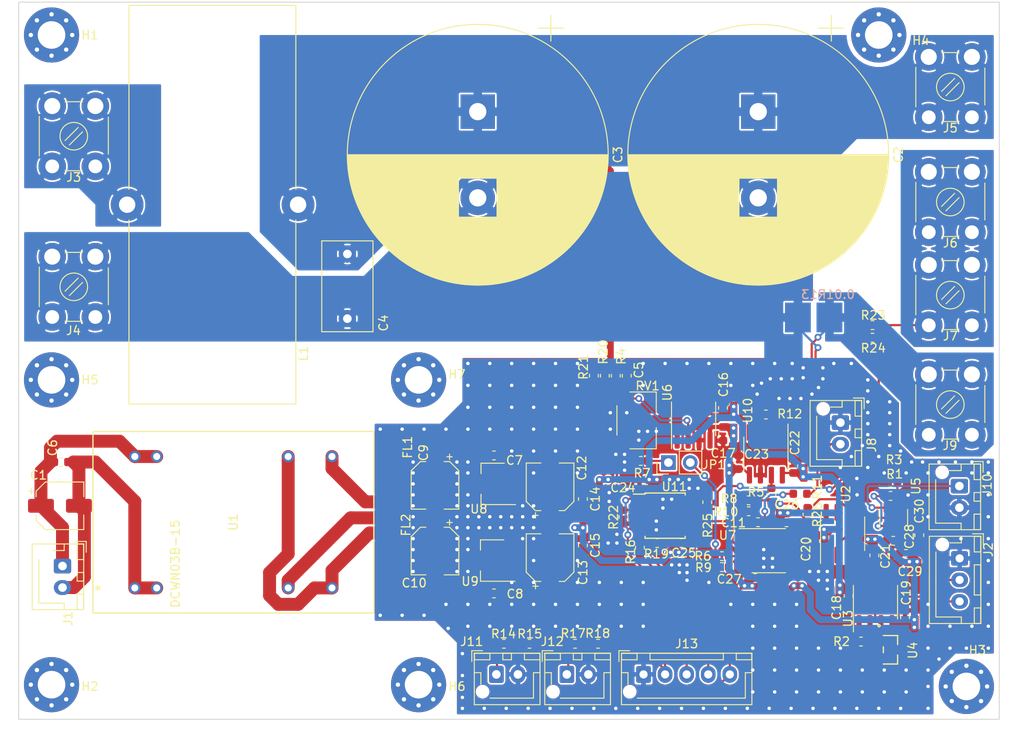
<source format=kicad_pcb>
(kicad_pcb (version 20171130) (host pcbnew "(5.1.5)-3")
  (layers (0 F.Cu signal) (31 B.Cu signal) (34 B.Paste user) (35 F.Paste user) (36 B.SilkS user) (37 F.SilkS user) (38 B.Mask user) (39 F.Mask user) (44 Edge.Cuts user))
  (net 0 "")
  (net 1 GNDA)
  (net 2 Vdc)
  (net 3 "Net-(C5-Pad1)")
  (net 4 "Net-(C5-Pad2)")
  (net 5 "Net-(C7-Pad2)")
  (net 6 "Net-(C11-Pad2)")
  (net 7 "Net-(C11-Pad1)")
  (net 8 -8)
  (net 9 +8)
  (net 10 "Net-(J2-Pad3)")
  (net 11 "Net-(J3-Pad1)")
  (net 12 Vfet)
  (net 13 "Net-(J9-Pad1)")
  (net 14 Ic_meter)
  (net 15 Vdc_meter)
  (net 16 Ic_ESP)
  (net 17 Vdc_ESP)
  (net 18 Vfet_ESP)
  (net 19 Spare_ESP)
  (net 20 Control_Enable)
  (net 21 "Net-(JP1-Pad1)")
  (net 22 dVdc)
  (net 23 "Net-(R1-Pad2)")
  (net 24 "Net-(R2-Pad1)")
  (net 25 Ic)
  (net 26 "Net-(R6-Pad2)")
  (net 27 "Net-(R7-Pad2)")
  (net 28 "Net-(R10-Pad1)")
  (net 29 "Net-(R12-Pad2)")
  (net 30 "Net-(R12-Pad1)")
  (net 31 "Net-(R14-Pad1)")
  (net 32 "Net-(R17-Pad1)")
  (net 33 "Net-(R21-Pad2)")
  (net 34 "Net-(U2-Pad1)")
  (net 35 "Net-(U2-Pad5)")
  (net 36 "Net-(U2-Pad8)")
  (net 37 "Net-(U3-Pad8)")
  (net 38 "Net-(U3-Pad5)")
  (net 39 "Net-(U3-Pad1)")
  (net 40 "Net-(U4-Pad3)")
  (net 41 "Net-(U6-Pad8)")
  (net 42 "Net-(U6-Pad5)")
  (net 43 "Net-(U6-Pad1)")
  (net 44 "Net-(U7-Pad1)")
  (net 45 "Net-(U7-Pad5)")
  (net 46 "Net-(U7-Pad8)")
  (net 47 "Net-(R16-Pad1)")
  (net 48 "Net-(R19-Pad1)")
  (net 49 "Net-(R20-Pad2)")
  (net 50 "Net-(R23-Pad2)")
  (net 51 "Net-(R24-Pad2)")
  (net 52 "Net-(C1-Pad1)")
  (net 53 "Net-(C1-Pad2)")
  (net 54 "Net-(FL1-Pad1)")
  (net 55 "Net-(FL2-Pad1)")
  (net 56 "Net-(J8-Pad2)")
  (net 57 "Net-(C10-Pad2)")
  (net 58 "Net-(R26-Pad2)")
  (net 59 "Net-(R26-Pad1)")
  (net 60 "Net-(C30-Pad2)")
  (net 61 "Net-(U2-Pad3)")
  (module Package_TO_SOT_SMD:SOT-23-8 (layer F.Cu) (at 120.48 73.711 90)
    (fp_text reference U5 (at 3.607 2.583 90) (layer F.SilkS))
    (fp_text value TMUX6119)
    (pad 8 smd rect (at 1.1 -0.98 90) (size 1.06 0.4) (layers F.Cu F.Paste F.Mask) (net 20 Control_Enable))
    (pad 7 smd rect (at 1.1 -0.33 90) (size 1.06 0.4) (layers F.Cu F.Paste F.Mask) (net 23 "Net-(R1-Pad2)"))
    (pad 6 smd rect (at 1.1 0.33 90) (size 1.06 0.4) (layers F.Cu F.Paste F.Mask) (net 61 "Net-(U2-Pad3)"))
    (pad 5 smd rect (at 1.1 0.98 90) (size 1.06 0.4) (layers F.Cu F.Paste F.Mask) (net 60 "Net-(C30-Pad2)"))
    (pad 4 smd rect (at -1.1 0.98 90) (size 1.06 0.4) (layers F.Cu F.Paste F.Mask) (net 8 -8))
    (pad 3 smd rect (at -1.1 0.33 90) (size 1.06 0.4) (layers F.Cu F.Paste F.Mask) (net 1 GNDA))
    (pad 2 smd rect (at -1.1 -0.33 90) (size 1.06 0.4) (layers F.Cu F.Paste F.Mask) (net 9 +8))
    (pad 1 smd rect (at -1.1 -0.98 90) (size 1.06 0.4) (layers F.Cu F.Paste F.Mask) (net 9 +8))
  )
  (module Package_TO_SOT_SMD:SOT-89-3 (layer F.Cu) (at 74.3585 78.74 180)
    (fp_text reference U9 (at 2.9845 -2.413) (layer F.SilkS))
    (fp_text value L79L12_SOT89)
    (pad 2 smd trapezoid (at -0.0762 0 270) (size 1.5 1) (rect_delta 0 0.7) (layers F.Cu F.Paste F.Mask) (net 57 "Net-(C10-Pad2)"))
    (pad 2 smd rect (at 1.3335 0 90) (size 2.2 1.84) (layers F.Cu F.Paste F.Mask) (net 57 "Net-(C10-Pad2)"))
    (pad 3 smd rect (at -1.48 1.5 90) (size 1 1.5) (layers F.Cu F.Paste F.Mask) (net 9 +8))
    (pad 2 smd rect (at -1.3335 0 90) (size 1 1.8) (layers F.Cu F.Paste F.Mask) (net 57 "Net-(C10-Pad2)"))
    (pad 1 smd rect (at -1.48 -1.5 90) (size 1 1.5) (layers F.Cu F.Paste F.Mask) (net 1 GNDA))
    (pad 2 smd trapezoid (at 2.667 0 90) (size 1.6 0.85) (rect_delta 0 0.6) (layers F.Cu F.Paste F.Mask) (net 57 "Net-(C10-Pad2)"))
  )
  (module Package_TO_SOT_SMD:SOT-89-3 (layer F.Cu) (at 74.422 69.85 180)
    (fp_text reference U8 (at 2.032 -2.921) (layer F.SilkS))
    (fp_text value L78L12_SOT89)
    (pad 2 smd trapezoid (at -0.0762 0 270) (size 1.5 1) (rect_delta 0 0.7) (layers F.Cu F.Paste F.Mask) (net 1 GNDA))
    (pad 2 smd rect (at 1.3335 0 90) (size 2.2 1.84) (layers F.Cu F.Paste F.Mask) (net 1 GNDA))
    (pad 3 smd rect (at -1.48 1.5 90) (size 1 1.5) (layers F.Cu F.Paste F.Mask) (net 5 "Net-(C7-Pad2)"))
    (pad 2 smd rect (at -1.3335 0 90) (size 1 1.8) (layers F.Cu F.Paste F.Mask) (net 1 GNDA))
    (pad 1 smd rect (at -1.48 -1.5 90) (size 1 1.5) (layers F.Cu F.Paste F.Mask) (net 8 -8))
    (pad 2 smd trapezoid (at 2.667 0 90) (size 1.6 0.85) (rect_delta 0 0.6) (layers F.Cu F.Paste F.Mask) (net 1 GNDA))
  )
  (module Capacitor_SMD:C_0603_1608Metric (layer F.Cu) (at 123.444 75.7935 270)
    (fp_text reference C30 (at -2.794 0 90) (layer F.SilkS))
    (fp_text value 1u)
    (pad 2 smd roundrect (at 0.7875 0 270) (size 0.875 0.95) (layers F.Cu F.Paste F.Mask) (net 60 "Net-(C30-Pad2)"))
    (pad 1 smd roundrect (at -0.7875 0 270) (size 0.875 0.95) (layers F.Cu F.Paste F.Mask) (net 1 GNDA))
  )
  (module Capacitor_THT:C_Rect_L10.3mm_W5.7mm_P7.50mm_MKS4 (layer F.Cu) (at 57.15 50.68 90)
    (fp_text reference C4 (at -0.508 4.191 90) (layer F.SilkS))
    (fp_text value C)
    (pad 2 thru_hole circle (at 7.5 0 90) (size 2 2) (drill 1) (layers *.Cu *.Mask) (net 2 Vdc))
    (pad 1 thru_hole circle (at 0 0 90) (size 2 2) (drill 1) (layers *.Cu *.Mask) (net 1 GNDA))
  )
  (module Resistor_SMD:R_0603_1608Metric (layer F.Cu) (at 110.49 73.406 90)
    (fp_text reference R26 (at -0.0255 1.143 90) (layer F.SilkS))
    (fp_text value 480)
    (pad 2 smd roundrect (at 0.7875 0 90) (size 0.875 0.95) (layers F.Cu F.Paste F.Mask) (net 58 "Net-(R26-Pad2)"))
    (pad 1 smd roundrect (at -0.7875 0 90) (size 0.875 0.95) (layers F.Cu F.Paste F.Mask) (net 59 "Net-(R26-Pad1)"))
  )
  (module Current_Controller:DCWN03B-12 (layer F.Cu) (at 32.512 81.915 90)
    (fp_text reference U1 (at 7.62 11.43 90) (layer F.SilkS))
    (fp_text value DCWN03B-15 (at 2.794 4.699 90) (layer F.SilkS))
    (fp_text user * (at 0 -3.9624 90) (layer F.SilkS))
    (fp_text user * (at 0 -3.9624 90) (layer F.SilkS))
    (pad 2 thru_hole circle (at 0 0 90) (size 1.3208 1.3208) (drill 0.8128) (layers *.Cu *.Mask) (net 53 "Net-(C1-Pad2)"))
    (pad 3 thru_hole circle (at 0 2.54 90) (size 1.3208 1.3208) (drill 0.8128) (layers *.Cu *.Mask) (net 53 "Net-(C1-Pad2)"))
    (pad 9 thru_hole circle (at 0 17.78 90) (size 1.3208 1.3208) (drill 0.8128) (layers *.Cu *.Mask) (net 1 GNDA))
    (pad 11 thru_hole circle (at 0 22.86 90) (size 1.3208 1.3208) (drill 0.8128) (layers *.Cu *.Mask) (net 55 "Net-(FL2-Pad1)"))
    (pad 14 thru_hole circle (at 15.24 22.86 90) (size 1.3208 1.3208) (drill 0.8128) (layers *.Cu *.Mask) (net 54 "Net-(FL1-Pad1)"))
    (pad 16 thru_hole circle (at 15.24 17.78 90) (size 1.3208 1.3208) (drill 0.8128) (layers *.Cu *.Mask) (net 55 "Net-(FL2-Pad1)"))
    (pad 22 thru_hole circle (at 15.24 2.54 90) (size 1.3208 1.3208) (drill 0.8128) (layers *.Cu *.Mask) (net 52 "Net-(C1-Pad1)"))
    (pad 23 thru_hole circle (at 15.24 0 90) (size 1.3208 1.3208) (drill 0.8128) (layers *.Cu *.Mask) (net 52 "Net-(C1-Pad1)"))
  )
  (module MountingHole:MountingHole_3.2mm_M3_Pad_Via (layer F.Cu) (at 65.405 57.785)
    (fp_text reference H7 (at 4.445 -0.635) (layer F.SilkS))
    (fp_text value MountingHole)
    (pad 1 thru_hole circle (at 1.697056 -1.697056) (size 0.8 0.8) (drill 0.5) (layers *.Cu *.Mask))
    (pad 1 thru_hole circle (at 0 -2.4) (size 0.8 0.8) (drill 0.5) (layers *.Cu *.Mask))
    (pad 1 thru_hole circle (at -1.697056 -1.697056) (size 0.8 0.8) (drill 0.5) (layers *.Cu *.Mask))
    (pad 1 thru_hole circle (at -2.4 0) (size 0.8 0.8) (drill 0.5) (layers *.Cu *.Mask))
    (pad 1 thru_hole circle (at -1.697056 1.697056) (size 0.8 0.8) (drill 0.5) (layers *.Cu *.Mask))
    (pad 1 thru_hole circle (at 0 2.4) (size 0.8 0.8) (drill 0.5) (layers *.Cu *.Mask))
    (pad 1 thru_hole circle (at 1.697056 1.697056) (size 0.8 0.8) (drill 0.5) (layers *.Cu *.Mask))
    (pad 1 thru_hole circle (at 2.4 0) (size 0.8 0.8) (drill 0.5) (layers *.Cu *.Mask))
    (pad 1 thru_hole circle (at 0 0) (size 6.4 6.4) (drill 3.2) (layers *.Cu *.Mask))
  )
  (module MountingHole:MountingHole_3.2mm_M3_Pad_Via (layer F.Cu) (at 65.405 93.137056)
    (fp_text reference H6 (at 4.445 0.207944) (layer F.SilkS))
    (fp_text value MountingHole)
    (pad 1 thru_hole circle (at 1.697056 -1.697056) (size 0.8 0.8) (drill 0.5) (layers *.Cu *.Mask))
    (pad 1 thru_hole circle (at 0 -2.4) (size 0.8 0.8) (drill 0.5) (layers *.Cu *.Mask))
    (pad 1 thru_hole circle (at -1.697056 -1.697056) (size 0.8 0.8) (drill 0.5) (layers *.Cu *.Mask))
    (pad 1 thru_hole circle (at -2.4 0) (size 0.8 0.8) (drill 0.5) (layers *.Cu *.Mask))
    (pad 1 thru_hole circle (at -1.697056 1.697056) (size 0.8 0.8) (drill 0.5) (layers *.Cu *.Mask))
    (pad 1 thru_hole circle (at 0 2.4) (size 0.8 0.8) (drill 0.5) (layers *.Cu *.Mask))
    (pad 1 thru_hole circle (at 1.697056 1.697056) (size 0.8 0.8) (drill 0.5) (layers *.Cu *.Mask))
    (pad 1 thru_hole circle (at 2.4 0) (size 0.8 0.8) (drill 0.5) (layers *.Cu *.Mask))
    (pad 1 thru_hole circle (at 0 0) (size 6.4 6.4) (drill 3.2) (layers *.Cu *.Mask))
  )
  (module MountingHole:MountingHole_3.2mm_M3_Pad_Via (layer F.Cu) (at 22.86 57.785)
    (fp_text reference H5 (at 4.445 0) (layer F.SilkS))
    (fp_text value MountingHole)
    (pad 1 thru_hole circle (at 1.697056 -1.697056) (size 0.8 0.8) (drill 0.5) (layers *.Cu *.Mask))
    (pad 1 thru_hole circle (at 0 -2.4) (size 0.8 0.8) (drill 0.5) (layers *.Cu *.Mask))
    (pad 1 thru_hole circle (at -1.697056 -1.697056) (size 0.8 0.8) (drill 0.5) (layers *.Cu *.Mask))
    (pad 1 thru_hole circle (at -2.4 0) (size 0.8 0.8) (drill 0.5) (layers *.Cu *.Mask))
    (pad 1 thru_hole circle (at -1.697056 1.697056) (size 0.8 0.8) (drill 0.5) (layers *.Cu *.Mask))
    (pad 1 thru_hole circle (at 0 2.4) (size 0.8 0.8) (drill 0.5) (layers *.Cu *.Mask))
    (pad 1 thru_hole circle (at 1.697056 1.697056) (size 0.8 0.8) (drill 0.5) (layers *.Cu *.Mask))
    (pad 1 thru_hole circle (at 2.4 0) (size 0.8 0.8) (drill 0.5) (layers *.Cu *.Mask))
    (pad 1 thru_hole circle (at 0 0) (size 6.4 6.4) (drill 3.2) (layers *.Cu *.Mask))
  )
  (module Current_Controller:L_250uH2 (layer F.Cu) (at 43.307 37.465 90)
    (fp_text reference L1 (at -17.272 8.763 90) (layer F.SilkS))
    (fp_text value L_Core_Ferrite)
    (pad 1 thru_hole circle (at 0 -11.684 90) (size 3.8 3.8) (drill 1.9) (layers *.Cu *.Mask) (net 11 "Net-(J3-Pad1)"))
    (pad 2 thru_hole circle (at 0 8.128 90) (size 3.8 3.8) (drill 1.9) (layers *.Cu *.Mask) (net 2 Vdc))
  )
  (module Package_SO:SOIC-8_3.9x4.9mm_P1.27mm (layer F.Cu) (at 118.364 83.566 90)
    (fp_text reference U3 (at -1.905 -3.175 90) (layer F.SilkS))
    (fp_text value OP37GSZ-REEL7)
    (pad 8 smd roundrect (at 2.475 -1.905 90) (size 1.95 0.6) (layers F.Cu F.Paste F.Mask) (net 37 "Net-(U3-Pad8)"))
    (pad 7 smd roundrect (at 2.475 -0.635 90) (size 1.95 0.6) (layers F.Cu F.Paste F.Mask) (net 9 +8))
    (pad 6 smd roundrect (at 2.475 0.635 90) (size 1.95 0.6) (layers F.Cu F.Paste F.Mask) (net 10 "Net-(J2-Pad3)"))
    (pad 5 smd roundrect (at 2.475 1.905 90) (size 1.95 0.6) (layers F.Cu F.Paste F.Mask) (net 38 "Net-(U3-Pad5)"))
    (pad 4 smd roundrect (at -2.475 1.905 90) (size 1.95 0.6) (layers F.Cu F.Paste F.Mask) (net 8 -8))
    (pad 3 smd roundrect (at -2.475 0.635 90) (size 1.95 0.6) (layers F.Cu F.Paste F.Mask) (net 24 "Net-(R2-Pad1)"))
    (pad 2 smd roundrect (at -2.475 -0.635 90) (size 1.95 0.6) (layers F.Cu F.Paste F.Mask) (net 10 "Net-(J2-Pad3)"))
    (pad 1 smd roundrect (at -2.475 -1.905 90) (size 1.95 0.6) (layers F.Cu F.Paste F.Mask) (net 39 "Net-(U3-Pad1)"))
  )
  (module MountingHole:MountingHole_3.2mm_M3_Pad_Via (layer F.Cu) (at 118.745 17.78)
    (fp_text reference H4 (at 4.872056 0.635) (layer F.SilkS))
    (fp_text value MountingHole)
    (pad 1 thru_hole circle (at 1.697056 -1.697056) (size 0.8 0.8) (drill 0.5) (layers *.Cu *.Mask))
    (pad 1 thru_hole circle (at 0 -2.4) (size 0.8 0.8) (drill 0.5) (layers *.Cu *.Mask))
    (pad 1 thru_hole circle (at -1.697056 -1.697056) (size 0.8 0.8) (drill 0.5) (layers *.Cu *.Mask))
    (pad 1 thru_hole circle (at -2.4 0) (size 0.8 0.8) (drill 0.5) (layers *.Cu *.Mask))
    (pad 1 thru_hole circle (at -1.697056 1.697056) (size 0.8 0.8) (drill 0.5) (layers *.Cu *.Mask))
    (pad 1 thru_hole circle (at 0 2.4) (size 0.8 0.8) (drill 0.5) (layers *.Cu *.Mask))
    (pad 1 thru_hole circle (at 1.697056 1.697056) (size 0.8 0.8) (drill 0.5) (layers *.Cu *.Mask))
    (pad 1 thru_hole circle (at 2.4 0) (size 0.8 0.8) (drill 0.5) (layers *.Cu *.Mask))
    (pad 1 thru_hole circle (at 0 0) (size 6.4 6.4) (drill 3.2) (layers *.Cu *.Mask))
  )
  (module MountingHole:MountingHole_3.2mm_M3_Pad_Via (layer F.Cu) (at 128.905 93.345)
    (fp_text reference H3 (at 1.27 -4.2) (layer F.SilkS))
    (fp_text value MountingHole)
    (pad 1 thru_hole circle (at 1.697056 -1.697056) (size 0.8 0.8) (drill 0.5) (layers *.Cu *.Mask))
    (pad 1 thru_hole circle (at 0 -2.4) (size 0.8 0.8) (drill 0.5) (layers *.Cu *.Mask))
    (pad 1 thru_hole circle (at -1.697056 -1.697056) (size 0.8 0.8) (drill 0.5) (layers *.Cu *.Mask))
    (pad 1 thru_hole circle (at -2.4 0) (size 0.8 0.8) (drill 0.5) (layers *.Cu *.Mask))
    (pad 1 thru_hole circle (at -1.697056 1.697056) (size 0.8 0.8) (drill 0.5) (layers *.Cu *.Mask))
    (pad 1 thru_hole circle (at 0 2.4) (size 0.8 0.8) (drill 0.5) (layers *.Cu *.Mask))
    (pad 1 thru_hole circle (at 1.697056 1.697056) (size 0.8 0.8) (drill 0.5) (layers *.Cu *.Mask))
    (pad 1 thru_hole circle (at 2.4 0) (size 0.8 0.8) (drill 0.5) (layers *.Cu *.Mask))
    (pad 1 thru_hole circle (at 0 0) (size 6.4 6.4) (drill 3.2) (layers *.Cu *.Mask))
  )
  (module MountingHole:MountingHole_3.2mm_M3_Pad_Via (layer F.Cu) (at 22.86 93.137056)
    (fp_text reference H2 (at 4.445 0.207944) (layer F.SilkS))
    (fp_text value MountingHole)
    (pad 1 thru_hole circle (at 1.697056 -1.697056) (size 0.8 0.8) (drill 0.5) (layers *.Cu *.Mask))
    (pad 1 thru_hole circle (at 0 -2.4) (size 0.8 0.8) (drill 0.5) (layers *.Cu *.Mask))
    (pad 1 thru_hole circle (at -1.697056 -1.697056) (size 0.8 0.8) (drill 0.5) (layers *.Cu *.Mask))
    (pad 1 thru_hole circle (at -2.4 0) (size 0.8 0.8) (drill 0.5) (layers *.Cu *.Mask))
    (pad 1 thru_hole circle (at -1.697056 1.697056) (size 0.8 0.8) (drill 0.5) (layers *.Cu *.Mask))
    (pad 1 thru_hole circle (at 0 2.4) (size 0.8 0.8) (drill 0.5) (layers *.Cu *.Mask))
    (pad 1 thru_hole circle (at 1.697056 1.697056) (size 0.8 0.8) (drill 0.5) (layers *.Cu *.Mask))
    (pad 1 thru_hole circle (at 2.4 0) (size 0.8 0.8) (drill 0.5) (layers *.Cu *.Mask))
    (pad 1 thru_hole circle (at 0 0) (size 6.4 6.4) (drill 3.2) (layers *.Cu *.Mask))
  )
  (module MountingHole:MountingHole_3.2mm_M3_Pad_Via (layer F.Cu) (at 22.86 17.78)
    (fp_text reference H1 (at 4.445 0) (layer F.SilkS))
    (fp_text value MountingHole)
    (pad 1 thru_hole circle (at 1.697056 -1.697056) (size 0.8 0.8) (drill 0.5) (layers *.Cu *.Mask))
    (pad 1 thru_hole circle (at 0 -2.4) (size 0.8 0.8) (drill 0.5) (layers *.Cu *.Mask))
    (pad 1 thru_hole circle (at -1.697056 -1.697056) (size 0.8 0.8) (drill 0.5) (layers *.Cu *.Mask))
    (pad 1 thru_hole circle (at -2.4 0) (size 0.8 0.8) (drill 0.5) (layers *.Cu *.Mask))
    (pad 1 thru_hole circle (at -1.697056 1.697056) (size 0.8 0.8) (drill 0.5) (layers *.Cu *.Mask))
    (pad 1 thru_hole circle (at 0 2.4) (size 0.8 0.8) (drill 0.5) (layers *.Cu *.Mask))
    (pad 1 thru_hole circle (at 1.697056 1.697056) (size 0.8 0.8) (drill 0.5) (layers *.Cu *.Mask))
    (pad 1 thru_hole circle (at 2.4 0) (size 0.8 0.8) (drill 0.5) (layers *.Cu *.Mask))
    (pad 1 thru_hole circle (at 0 0) (size 6.4 6.4) (drill 3.2) (layers *.Cu *.Mask))
  )
  (module Package_SO:SOIC-8_3.9x4.9mm_P1.27mm (layer F.Cu) (at 105.9942 77.597)
    (fp_text reference U7 (at -4.7752 -1.778) (layer F.SilkS))
    (fp_text value OP37GSZ-REEL7)
    (pad 8 smd roundrect (at 2.475 -1.905) (size 1.95 0.6) (layers F.Cu F.Paste F.Mask) (net 46 "Net-(U7-Pad8)"))
    (pad 7 smd roundrect (at 2.475 -0.635) (size 1.95 0.6) (layers F.Cu F.Paste F.Mask) (net 9 +8))
    (pad 6 smd roundrect (at 2.475 0.635) (size 1.95 0.6) (layers F.Cu F.Paste F.Mask) (net 7 "Net-(C11-Pad1)"))
    (pad 5 smd roundrect (at 2.475 1.905) (size 1.95 0.6) (layers F.Cu F.Paste F.Mask) (net 45 "Net-(U7-Pad5)"))
    (pad 4 smd roundrect (at -2.475 1.905) (size 1.95 0.6) (layers F.Cu F.Paste F.Mask) (net 8 -8))
    (pad 3 smd roundrect (at -2.475 0.635) (size 1.95 0.6) (layers F.Cu F.Paste F.Mask) (net 26 "Net-(R6-Pad2)"))
    (pad 2 smd roundrect (at -2.475 -0.635) (size 1.95 0.6) (layers F.Cu F.Paste F.Mask) (net 28 "Net-(R10-Pad1)"))
    (pad 1 smd roundrect (at -2.475 -1.905) (size 1.95 0.6) (layers F.Cu F.Paste F.Mask) (net 44 "Net-(U7-Pad1)"))
  )
  (module Package_SO:SOIC-8_3.9x4.9mm_P1.27mm (layer F.Cu) (at 97.282 62.3062 90)
    (fp_text reference U6 (at 3.0607 -3.048 90) (layer F.SilkS))
    (fp_text value OP37GSZ-REEL7)
    (pad 8 smd roundrect (at 2.475 -1.905 90) (size 1.95 0.6) (layers F.Cu F.Paste F.Mask) (net 41 "Net-(U6-Pad8)"))
    (pad 7 smd roundrect (at 2.475 -0.635 90) (size 1.95 0.6) (layers F.Cu F.Paste F.Mask) (net 9 +8))
    (pad 6 smd roundrect (at 2.475 0.635 90) (size 1.95 0.6) (layers F.Cu F.Paste F.Mask) (net 27 "Net-(R7-Pad2)"))
    (pad 5 smd roundrect (at 2.475 1.905 90) (size 1.95 0.6) (layers F.Cu F.Paste F.Mask) (net 42 "Net-(U6-Pad5)"))
    (pad 4 smd roundrect (at -2.475 1.905 90) (size 1.95 0.6) (layers F.Cu F.Paste F.Mask) (net 8 -8))
    (pad 3 smd roundrect (at -2.475 0.635 90) (size 1.95 0.6) (layers F.Cu F.Paste F.Mask) (net 1 GNDA))
    (pad 2 smd roundrect (at -2.475 -0.635 90) (size 1.95 0.6) (layers F.Cu F.Paste F.Mask) (net 3 "Net-(C5-Pad1)"))
    (pad 1 smd roundrect (at -2.475 -1.905 90) (size 1.95 0.6) (layers F.Cu F.Paste F.Mask) (net 43 "Net-(U6-Pad1)"))
  )
  (module Current_Controller:GMR100HTBFA10L0 (layer B.Cu) (at 111.2012 50.546 180)
    (fp_text reference R13 (at 0 2.667) (layer B.SilkS) (effects (justify mirror)))
    (fp_text value 0.01 (at -3.0988 2.667) (layer B.SilkS) (effects (justify mirror)))
    (pad 1 smd rect (at -1.8288 0 180) (size 2.9972 3.4544) (layers B.Cu B.Paste B.Mask) (net 13 "Net-(J9-Pad1)"))
    (pad 2 smd rect (at 1.8288 0 180) (size 2.9972 3.4544) (layers B.Cu B.Paste B.Mask) (net 1 GNDA))
  )
  (module Package_SO:SOIC-8_3.9x4.9mm_P1.27mm (layer F.Cu) (at 114.554 75.627 90)
    (fp_text reference U2 (at 4.634 0.381 90) (layer F.SilkS))
    (fp_text value OP37GSZ-REEL7)
    (pad 8 smd roundrect (at 2.475 -1.905 90) (size 1.95 0.6) (layers F.Cu F.Paste F.Mask) (net 36 "Net-(U2-Pad8)"))
    (pad 7 smd roundrect (at 2.475 -0.635 90) (size 1.95 0.6) (layers F.Cu F.Paste F.Mask) (net 9 +8))
    (pad 6 smd roundrect (at 2.475 0.635 90) (size 1.95 0.6) (layers F.Cu F.Paste F.Mask) (net 58 "Net-(R26-Pad2)"))
    (pad 5 smd roundrect (at 2.475 1.905 90) (size 1.95 0.6) (layers F.Cu F.Paste F.Mask) (net 35 "Net-(U2-Pad5)"))
    (pad 4 smd roundrect (at -2.475 1.905 90) (size 1.95 0.6) (layers F.Cu F.Paste F.Mask) (net 8 -8))
    (pad 3 smd roundrect (at -2.475 0.635 90) (size 1.95 0.6) (layers F.Cu F.Paste F.Mask) (net 61 "Net-(U2-Pad3)"))
    (pad 2 smd roundrect (at -2.475 -0.635 90) (size 1.95 0.6) (layers F.Cu F.Paste F.Mask) (net 58 "Net-(R26-Pad2)"))
    (pad 1 smd roundrect (at -2.475 -1.905 90) (size 1.95 0.6) (layers F.Cu F.Paste F.Mask) (net 34 "Net-(U2-Pad1)"))
  )
  (module Capacitor_SMD:C_0603_1608Metric (layer F.Cu) (at 121.8945 77.978 180)
    (fp_text reference C29 (at -0.47 -2.032) (layer F.SilkS))
    (fp_text value C)
    (pad 2 smd roundrect (at 0.7875 0 180) (size 0.875 0.95) (layers F.Cu F.Paste F.Mask) (net 1 GNDA))
    (pad 1 smd roundrect (at -0.7875 0 180) (size 0.875 0.95) (layers F.Cu F.Paste F.Mask) (net 8 -8))
  )
  (module Capacitor_SMD:C_0603_1608Metric (layer F.Cu) (at 120.4215 76.454 180)
    (fp_text reference C28 (at -1.8795 0.508 270) (layer F.SilkS))
    (fp_text value C)
    (pad 2 smd roundrect (at 0.7875 0 180) (size 0.875 0.95) (layers F.Cu F.Paste F.Mask) (net 9 +8))
    (pad 1 smd roundrect (at -0.7875 0 180) (size 0.875 0.95) (layers F.Cu F.Paste F.Mask) (net 1 GNDA))
  )
  (module Resistor_SMD:R_0603_1608Metric (layer F.Cu) (at 98.8695 71.971 90)
    (fp_text reference R25 (at -2.705 0.0635 90) (layer F.SilkS))
    (fp_text value R)
    (pad 2 smd roundrect (at 0.7875 0 90) (size 0.875 0.95) (layers F.Cu F.Paste F.Mask) (net 1 GNDA))
    (pad 1 smd roundrect (at -0.7875 0 90) (size 0.875 0.95) (layers F.Cu F.Paste F.Mask) (net 51 "Net-(R24-Pad2)"))
  )
  (module Resistor_SMD:R_0603_1608Metric (layer F.Cu) (at 103.67 73.025)
    (fp_text reference R10 (at -2.6415 0.0635) (layer F.SilkS))
    (fp_text value 50)
    (pad 2 smd roundrect (at 0.7875 0) (size 0.875 0.95) (layers F.Cu F.Paste F.Mask) (net 6 "Net-(C11-Pad2)"))
    (pad 1 smd roundrect (at -0.7875 0) (size 0.875 0.95) (layers F.Cu F.Paste F.Mask) (net 28 "Net-(R10-Pad1)"))
  )
  (module Package_SO:TSSOP-14_4.4x5mm_P0.65mm (layer F.Cu) (at 93.98 73.533)
    (fp_text reference U11 (at 1.0795 -3.3655) (layer F.SilkS))
    (fp_text value LM324)
    (pad 14 smd rect (at 2.95 -1.95) (size 1.45 0.45) (layers F.Cu F.Paste F.Mask) (net 48 "Net-(R19-Pad1)"))
    (pad 13 smd rect (at 2.95 -1.3) (size 1.45 0.45) (layers F.Cu F.Paste F.Mask) (net 48 "Net-(R19-Pad1)"))
    (pad 12 smd rect (at 2.95 -0.65) (size 1.45 0.45) (layers F.Cu F.Paste F.Mask) (net 51 "Net-(R24-Pad2)"))
    (pad 11 smd rect (at 2.95 0) (size 1.45 0.45) (layers F.Cu F.Paste F.Mask) (net 8 -8))
    (pad 10 smd rect (at 2.95 0.65) (size 1.45 0.45) (layers F.Cu F.Paste F.Mask) (net 25 Ic))
    (pad 9 smd rect (at 2.95 1.3) (size 1.45 0.45) (layers F.Cu F.Paste F.Mask) (net 16 Ic_ESP))
    (pad 8 smd rect (at 2.95 1.95) (size 1.45 0.45) (layers F.Cu F.Paste F.Mask) (net 16 Ic_ESP))
    (pad 7 smd rect (at -2.95 1.95) (size 1.45 0.45) (layers F.Cu F.Paste F.Mask) (net 47 "Net-(R16-Pad1)"))
    (pad 6 smd rect (at -2.95 1.3) (size 1.45 0.45) (layers F.Cu F.Paste F.Mask) (net 47 "Net-(R16-Pad1)"))
    (pad 5 smd rect (at -2.95 0.65) (size 1.45 0.45) (layers F.Cu F.Paste F.Mask) (net 1 GNDA))
    (pad 4 smd rect (at -2.95 0) (size 1.45 0.45) (layers F.Cu F.Paste F.Mask) (net 9 +8))
    (pad 3 smd rect (at -2.95 -0.65) (size 1.45 0.45) (layers F.Cu F.Paste F.Mask) (net 33 "Net-(R21-Pad2)"))
    (pad 2 smd rect (at -2.95 -1.3) (size 1.45 0.45) (layers F.Cu F.Paste F.Mask) (net 17 Vdc_ESP))
    (pad 1 smd rect (at -2.95 -1.95) (size 1.45 0.45) (layers F.Cu F.Paste F.Mask) (net 17 Vdc_ESP))
  )
  (module Capacitor_SMD:C_0603_1608Metric (layer F.Cu) (at 104.4195 80.772)
    (fp_text reference C27 (at -3.01 0.127) (layer F.SilkS))
    (fp_text value C)
    (pad 2 smd roundrect (at 0.7875 0) (size 0.875 0.95) (layers F.Cu F.Paste F.Mask) (net 1 GNDA))
    (pad 1 smd roundrect (at -0.7875 0) (size 0.875 0.95) (layers F.Cu F.Paste F.Mask) (net 8 -8))
  )
  (module Capacitor_SMD:C_0603_1608Metric (layer F.Cu) (at 108.0515 74.295 180)
    (fp_text reference C26 (at -0.0255 2.032) (layer F.SilkS))
    (fp_text value C)
    (pad 2 smd roundrect (at 0.7875 0 180) (size 0.875 0.95) (layers F.Cu F.Paste F.Mask) (net 9 +8))
    (pad 1 smd roundrect (at -0.7875 0 180) (size 0.875 0.95) (layers F.Cu F.Paste F.Mask) (net 1 GNDA))
  )
  (module Capacitor_SMD:C_0603_1608Metric (layer F.Cu) (at 95.8595 76.708)
    (fp_text reference C25 (at 0.2795 1.143) (layer F.SilkS))
    (fp_text value C)
    (pad 2 smd roundrect (at 0.7875 0) (size 0.875 0.95) (layers F.Cu F.Paste F.Mask) (net 1 GNDA))
    (pad 1 smd roundrect (at -0.7875 0) (size 0.875 0.95) (layers F.Cu F.Paste F.Mask) (net 8 -8))
  )
  (module Capacitor_SMD:C_0603_1608Metric (layer F.Cu) (at 91.7955 70.4215)
    (fp_text reference C24 (at -2.705 -0.127) (layer F.SilkS))
    (fp_text value C)
    (pad 2 smd roundrect (at 0.7875 0) (size 0.875 0.95) (layers F.Cu F.Paste F.Mask) (net 9 +8))
    (pad 1 smd roundrect (at -0.7875 0) (size 0.875 0.95) (layers F.Cu F.Paste F.Mask) (net 1 GNDA))
  )
  (module Capacitor_SMD:C_0603_1608Metric (layer F.Cu) (at 102.489 67.3355 90)
    (fp_text reference C23 (at 0.9145 2.0955 180) (layer F.SilkS))
    (fp_text value C)
    (pad 2 smd roundrect (at 0.7875 0 90) (size 0.875 0.95) (layers F.Cu F.Paste F.Mask) (net 1 GNDA))
    (pad 1 smd roundrect (at -0.7875 0 90) (size 0.875 0.95) (layers F.Cu F.Paste F.Mask) (net 8 -8))
  )
  (module Capacitor_SMD:C_0603_1608Metric (layer F.Cu) (at 108.839 67.7925 270)
    (fp_text reference C22 (at -2.705 -0.1905 270) (layer F.SilkS))
    (fp_text value C)
    (pad 2 smd roundrect (at 0.7875 0 270) (size 0.875 0.95) (layers F.Cu F.Paste F.Mask) (net 9 +8))
    (pad 1 smd roundrect (at -0.7875 0 270) (size 0.875 0.95) (layers F.Cu F.Paste F.Mask) (net 1 GNDA))
  )
  (module Capacitor_SMD:C_0603_1608Metric (layer F.Cu) (at 118.237 78.143 270)
    (fp_text reference C21 (at 0.1015 -1.27 90) (layer F.SilkS))
    (fp_text value C)
    (pad 2 smd roundrect (at 0.7875 0 270) (size 0.875 0.95) (layers F.Cu F.Paste F.Mask) (net 1 GNDA))
    (pad 1 smd roundrect (at -0.7875 0 270) (size 0.875 0.95) (layers F.Cu F.Paste F.Mask) (net 8 -8))
  )
  (module Capacitor_SMD:C_0603_1608Metric (layer F.Cu) (at 111.379 76.4795 90)
    (fp_text reference C20 (at -0.927 -1.0795 90) (layer F.SilkS))
    (fp_text value C)
    (pad 2 smd roundrect (at 0.7875 0 90) (size 0.875 0.95) (layers F.Cu F.Paste F.Mask) (net 9 +8))
    (pad 1 smd roundrect (at -0.7875 0 90) (size 0.875 0.95) (layers F.Cu F.Paste F.Mask) (net 1 GNDA))
  )
  (module Capacitor_SMD:C_0603_1608Metric (layer F.Cu) (at 121.793 85.3185 90)
    (fp_text reference C19 (at 2.832 0.127 90) (layer F.SilkS))
    (fp_text value C)
    (pad 2 smd roundrect (at 0.7875 0 90) (size 0.875 0.95) (layers F.Cu F.Paste F.Mask) (net 1 GNDA))
    (pad 1 smd roundrect (at -0.7875 0 90) (size 0.875 0.95) (layers F.Cu F.Paste F.Mask) (net 8 -8))
  )
  (module Capacitor_SMD:C_0603_1608Metric (layer F.Cu) (at 115.2525 82.8295 90)
    (fp_text reference C18 (at -1.3715 -1.397 90) (layer F.SilkS))
    (fp_text value C)
    (pad 2 smd roundrect (at 0.7875 0 90) (size 0.875 0.95) (layers F.Cu F.Paste F.Mask) (net 9 +8))
    (pad 1 smd roundrect (at -0.7875 0 90) (size 0.875 0.95) (layers F.Cu F.Paste F.Mask) (net 1 GNDA))
  )
  (module Capacitor_SMD:C_0603_1608Metric (layer F.Cu) (at 100.711 64.0335 270)
    (fp_text reference C17 (at 2.2605 0 180) (layer F.SilkS))
    (fp_text value C)
    (pad 2 smd roundrect (at 0.7875 0 270) (size 0.875 0.95) (layers F.Cu F.Paste F.Mask) (net 1 GNDA))
    (pad 1 smd roundrect (at -0.7875 0 270) (size 0.875 0.95) (layers F.Cu F.Paste F.Mask) (net 8 -8))
  )
  (module Capacitor_SMD:C_0603_1608Metric (layer F.Cu) (at 100.6856 61.0363 270)
    (fp_text reference C16 (at -2.705 -0.0635 90) (layer F.SilkS))
    (fp_text value C)
    (pad 2 smd roundrect (at 0.7875 0 270) (size 0.875 0.95) (layers F.Cu F.Paste F.Mask) (net 9 +8))
    (pad 1 smd roundrect (at -0.7875 0 270) (size 0.875 0.95) (layers F.Cu F.Paste F.Mask) (net 1 GNDA))
  )
  (module Current_Controller:keystone_7698 (layer F.Cu) (at 127.04 60.65)
    (fp_text reference J9 (at -0.04 4.755) (layer F.SilkS))
    (fp_text value Screw_Terminal_01x01)
    (pad 1 thru_hole circle (at -2.5 3.5) (size 3.2 3.2) (drill 1.6) (layers *.Cu *.Mask) (net 13 "Net-(J9-Pad1)"))
    (pad 1 thru_hole circle (at 2.5 -3.5) (size 3.2 3.2) (drill 1.86) (layers *.Cu *.Mask) (net 13 "Net-(J9-Pad1)"))
    (pad 1 thru_hole circle (at 2.5 3.5) (size 3.2 3.2) (drill 1.6) (layers *.Cu *.Mask) (net 13 "Net-(J9-Pad1)"))
    (pad 1 thru_hole circle (at -2.5 -3.5) (size 3.2 3.2) (drill 1.86) (layers *.Cu *.Mask) (net 13 "Net-(J9-Pad1)"))
  )
  (module Current_Controller:keystone_7698 (layer F.Cu) (at 127.04 47.95)
    (fp_text reference J7 (at 0 4.755) (layer F.SilkS))
    (fp_text value Screw_Terminal_01x01)
    (pad 1 thru_hole circle (at -2.5 3.5) (size 3.2 3.2) (drill 1.6) (layers *.Cu *.Mask) (net 12 Vfet))
    (pad 1 thru_hole circle (at 2.5 -3.5) (size 3.2 3.2) (drill 1.86) (layers *.Cu *.Mask) (net 12 Vfet))
    (pad 1 thru_hole circle (at 2.5 3.5) (size 3.2 3.2) (drill 1.6) (layers *.Cu *.Mask) (net 12 Vfet))
    (pad 1 thru_hole circle (at -2.5 -3.5) (size 3.2 3.2) (drill 1.86) (layers *.Cu *.Mask) (net 12 Vfet))
  )
  (module Current_Controller:keystone_7698 (layer F.Cu) (at 127.04 37.155)
    (fp_text reference J6 (at 0 4.755) (layer F.SilkS))
    (fp_text value Screw_Terminal_01x01)
    (pad 1 thru_hole circle (at -2.5 3.5) (size 3.2 3.2) (drill 1.6) (layers *.Cu *.Mask) (net 12 Vfet))
    (pad 1 thru_hole circle (at 2.5 -3.5) (size 3.2 3.2) (drill 1.86) (layers *.Cu *.Mask) (net 12 Vfet))
    (pad 1 thru_hole circle (at 2.5 3.5) (size 3.2 3.2) (drill 1.6) (layers *.Cu *.Mask) (net 12 Vfet))
    (pad 1 thru_hole circle (at -2.5 -3.5) (size 3.2 3.2) (drill 1.86) (layers *.Cu *.Mask) (net 12 Vfet))
  )
  (module Current_Controller:keystone_7698 (layer F.Cu) (at 127.04 23.82)
    (fp_text reference J5 (at 0 4.755) (layer F.SilkS))
    (fp_text value Screw_Terminal_01x01)
    (pad 1 thru_hole circle (at -2.5 3.5) (size 3.2 3.2) (drill 1.6) (layers *.Cu *.Mask) (net 2 Vdc))
    (pad 1 thru_hole circle (at 2.5 -3.5) (size 3.2 3.2) (drill 1.86) (layers *.Cu *.Mask) (net 2 Vdc))
    (pad 1 thru_hole circle (at 2.5 3.5) (size 3.2 3.2) (drill 1.6) (layers *.Cu *.Mask) (net 2 Vdc))
    (pad 1 thru_hole circle (at -2.5 -3.5) (size 3.2 3.2) (drill 1.86) (layers *.Cu *.Mask) (net 2 Vdc))
  )
  (module Current_Controller:keystone_7698 (layer F.Cu) (at 25.44 46.99)
    (fp_text reference J4 (at -0.04 5.08) (layer F.SilkS))
    (fp_text value Screw_Terminal_01x01)
    (pad 1 thru_hole circle (at -2.5 3.5) (size 3.2 3.2) (drill 1.6) (layers *.Cu *.Mask) (net 1 GNDA))
    (pad 1 thru_hole circle (at 2.5 -3.5) (size 3.2 3.2) (drill 1.86) (layers *.Cu *.Mask) (net 1 GNDA))
    (pad 1 thru_hole circle (at 2.5 3.5) (size 3.2 3.2) (drill 1.6) (layers *.Cu *.Mask) (net 1 GNDA))
    (pad 1 thru_hole circle (at -2.5 -3.5) (size 3.2 3.2) (drill 1.86) (layers *.Cu *.Mask) (net 1 GNDA))
  )
  (module Current_Controller:keystone_7698 (layer F.Cu) (at 25.44 29.52)
    (fp_text reference J3 (at 0 4.77) (layer F.SilkS))
    (fp_text value Screw_Terminal_01x01)
    (pad 1 thru_hole circle (at -2.5 3.5) (size 3.2 3.2) (drill 1.6) (layers *.Cu *.Mask) (net 11 "Net-(J3-Pad1)"))
    (pad 1 thru_hole circle (at 2.5 -3.5) (size 3.2 3.2) (drill 1.86) (layers *.Cu *.Mask) (net 11 "Net-(J3-Pad1)"))
    (pad 1 thru_hole circle (at 2.5 3.5) (size 3.2 3.2) (drill 1.6) (layers *.Cu *.Mask) (net 11 "Net-(J3-Pad1)"))
    (pad 1 thru_hole circle (at -2.5 -3.5) (size 3.2 3.2) (drill 1.86) (layers *.Cu *.Mask) (net 11 "Net-(J3-Pad1)"))
  )
  (module Capacitor_THT:CP_Radial_D30.0mm_P10.00mm_SnapIn (layer F.Cu) (at 72.263 26.67 270)
    (fp_text reference C3 (at 5 -16.25 90) (layer F.SilkS))
    (fp_text value CP)
    (pad 2 thru_hole circle (at 10 0 270) (size 4 4) (drill 2) (layers *.Cu *.Mask) (net 1 GNDA))
    (pad 1 thru_hole rect (at 0 0 270) (size 4 4) (drill 2) (layers *.Cu *.Mask) (net 2 Vdc))
  )
  (module Capacitor_THT:CP_Radial_D30.0mm_P10.00mm_SnapIn (layer F.Cu) (at 104.775 26.67 270)
    (fp_text reference C2 (at 5 -16.25 90) (layer F.SilkS))
    (fp_text value CP)
    (pad 2 thru_hole circle (at 10 0 270) (size 4 4) (drill 2) (layers *.Cu *.Mask) (net 1 GNDA))
    (pad 1 thru_hole rect (at 0 0 270) (size 4 4) (drill 2) (layers *.Cu *.Mask) (net 2 Vdc))
  )
  (module Connector_JST:JST_XH_B3B-XH-AM_1x03_P2.50mm_Vertical (layer F.Cu) (at 128.1176 78.486 270)
    (fp_text reference J2 (at -1.016 -3.3274 90) (layer F.SilkS))
    (fp_text value Conn_01x03_Male)
    (pad "" np_thru_hole circle (at -1.6 2 270) (size 1.2 1.2) (drill 1.2) (layers *.Cu *.Mask))
    (pad 3 thru_hole oval (at 5 0 270) (size 1.7 1.95) (drill 0.95) (layers *.Cu *.Mask) (net 10 "Net-(J2-Pad3)"))
    (pad 2 thru_hole oval (at 2.5 0 270) (size 1.7 1.95) (drill 0.95) (layers *.Cu *.Mask) (net 60 "Net-(C30-Pad2)"))
    (pad 1 thru_hole roundrect (at 0 0 270) (size 1.7 1.95) (drill 0.95) (layers *.Cu *.Mask) (roundrect_rratio 0.147059) (net 1 GNDA))
  )
  (module Connector_JST:JST_XH_B2B-XH-AM_1x02_P2.50mm_Vertical (layer F.Cu) (at 24.13 79.375 270)
    (fp_text reference J1 (at 6.096 -0.635 90) (layer F.SilkS))
    (fp_text value Conn_01x02_Male)
    (pad "" np_thru_hole circle (at -1.6 2 270) (size 1.2 1.2) (drill 1.2) (layers *.Cu *.Mask))
    (pad 2 thru_hole oval (at 2.5 0 270) (size 1.7 2) (drill 1) (layers *.Cu *.Mask) (net 53 "Net-(C1-Pad2)"))
    (pad 1 thru_hole roundrect (at 0 0 270) (size 1.7 2) (drill 1) (layers *.Cu *.Mask) (roundrect_rratio 0.147059) (net 52 "Net-(C1-Pad1)"))
  )
  (module Connector_JST:JST_XH_B2B-XH-AM_1x02_P2.50mm_Vertical (layer F.Cu) (at 114.3 62.738 270)
    (fp_text reference J8 (at 2.6035 -3.6195 90) (layer F.SilkS))
    (fp_text value Conn_01x02_Male)
    (pad "" np_thru_hole circle (at -1.6 2 270) (size 1.2 1.2) (drill 1.2) (layers *.Cu *.Mask))
    (pad 2 thru_hole oval (at 2.5 0 270) (size 1.7 2) (drill 1) (layers *.Cu *.Mask) (net 56 "Net-(J8-Pad2)"))
    (pad 1 thru_hole roundrect (at 0 0 270) (size 1.7 2) (drill 1) (layers *.Cu *.Mask) (roundrect_rratio 0.147059) (net 1 GNDA))
  )
  (module Capacitor_SMD:C_0603_1608Metric (layer F.Cu) (at 23.9775 67.31 180)
    (fp_text reference C6 (at 0.9905 1.651 270) (layer F.SilkS))
    (fp_text value C)
    (pad 2 smd roundrect (at 0.7875 0 180) (size 0.875 0.95) (layers F.Cu F.Paste F.Mask) (net 52 "Net-(C1-Pad1)"))
    (pad 1 smd roundrect (at -0.7875 0 180) (size 0.875 0.95) (layers F.Cu F.Paste F.Mask) (net 53 "Net-(C1-Pad2)"))
  )
  (module Resistor_SMD:R_0603_1608Metric (layer F.Cu) (at 118.021 52.8955)
    (fp_text reference R24 (at 0.089 1.2065) (layer F.SilkS))
    (fp_text value R)
    (pad 2 smd roundrect (at 0.7875 0) (size 0.875 0.95) (layers F.Cu F.Paste F.Mask) (net 51 "Net-(R24-Pad2)"))
    (pad 1 smd roundrect (at -0.7875 0) (size 0.875 0.95) (layers F.Cu F.Paste F.Mask) (net 50 "Net-(R23-Pad2)"))
  )
  (module Resistor_SMD:R_0603_1608Metric (layer F.Cu) (at 118.021 51.435 180)
    (fp_text reference R23 (at -0.089 1.143) (layer F.SilkS))
    (fp_text value R)
    (pad 2 smd roundrect (at 0.7875 0 180) (size 0.875 0.95) (layers F.Cu F.Paste F.Mask) (net 50 "Net-(R23-Pad2)"))
    (pad 1 smd roundrect (at -0.7875 0 180) (size 0.875 0.95) (layers F.Cu F.Paste F.Mask) (net 12 Vfet))
  )
  (module Resistor_SMD:R_0603_1608Metric (layer F.Cu) (at 89.154 73.6855 270)
    (fp_text reference R22 (at 0.038 1.143 90) (layer F.SilkS))
    (fp_text value R)
    (pad 2 smd roundrect (at 0.7875 0 270) (size 0.875 0.95) (layers F.Cu F.Paste F.Mask) (net 1 GNDA))
    (pad 1 smd roundrect (at -0.7875 0 270) (size 0.875 0.95) (layers F.Cu F.Paste F.Mask) (net 33 "Net-(R21-Pad2)"))
  )
  (module Resistor_SMD:R_0603_1608Metric (layer F.Cu) (at 85.725 57.3025 270)
    (fp_text reference R21 (at -0.978 1.2065 90) (layer F.SilkS))
    (fp_text value R)
    (pad 2 smd roundrect (at 0.7875 0 270) (size 0.875 0.95) (layers F.Cu F.Paste F.Mask) (net 33 "Net-(R21-Pad2)"))
    (pad 1 smd roundrect (at -0.7875 0 270) (size 0.875 0.95) (layers F.Cu F.Paste F.Mask) (net 49 "Net-(R20-Pad2)"))
  )
  (module Resistor_SMD:R_0603_1608Metric (layer F.Cu) (at 86.995 57.3025 270)
    (fp_text reference R20 (at -2.756 0.1905 90) (layer F.SilkS))
    (fp_text value R)
    (pad 2 smd roundrect (at 0.7875 0 270) (size 0.875 0.95) (layers F.Cu F.Paste F.Mask) (net 49 "Net-(R20-Pad2)"))
    (pad 1 smd roundrect (at -0.7875 0 270) (size 0.875 0.95) (layers F.Cu F.Paste F.Mask) (net 2 Vdc))
  )
  (module Resistor_SMD:R_0603_1608Metric (layer F.Cu) (at 93.0655 76.708 180)
    (fp_text reference R19 (at 0.1015 -1.27) (layer F.SilkS))
    (fp_text value R)
    (pad 2 smd roundrect (at 0.7875 0 180) (size 0.875 0.95) (layers F.Cu F.Paste F.Mask) (net 18 Vfet_ESP))
    (pad 1 smd roundrect (at -0.7875 0 180) (size 0.875 0.95) (layers F.Cu F.Paste F.Mask) (net 48 "Net-(R19-Pad1)"))
  )
  (module Resistor_SMD:R_0603_1608Metric (layer F.Cu) (at 86.2075 88.392 180)
    (fp_text reference R18 (at 0.038 1.2065) (layer F.SilkS))
    (fp_text value R)
    (pad 2 smd roundrect (at 0.7875 0 180) (size 0.875 0.95) (layers F.Cu F.Paste F.Mask) (net 32 "Net-(R17-Pad1)"))
    (pad 1 smd roundrect (at -0.7875 0 180) (size 0.875 0.95) (layers F.Cu F.Paste F.Mask) (net 17 Vdc_ESP))
  )
  (module Resistor_SMD:R_0603_1608Metric (layer F.Cu) (at 83.5405 88.392 180)
    (fp_text reference R17 (at 0.2285 1.2065) (layer F.SilkS))
    (fp_text value R)
    (pad 2 smd roundrect (at 0.7875 0 180) (size 0.875 0.95) (layers F.Cu F.Paste F.Mask) (net 15 Vdc_meter))
    (pad 1 smd roundrect (at -0.7875 0 180) (size 0.875 0.95) (layers F.Cu F.Paste F.Mask) (net 32 "Net-(R17-Pad1)"))
  )
  (module Resistor_SMD:R_0603_1608Metric (layer F.Cu) (at 91.059 77.2415 270)
    (fp_text reference R16 (at 0.4825 1.0795 90) (layer F.SilkS))
    (fp_text value R)
    (pad 2 smd roundrect (at 0.7875 0 270) (size 0.875 0.95) (layers F.Cu F.Paste F.Mask) (net 19 Spare_ESP))
    (pad 1 smd roundrect (at -0.7875 0 270) (size 0.875 0.95) (layers F.Cu F.Paste F.Mask) (net 47 "Net-(R16-Pad1)"))
  )
  (module Resistor_SMD:R_0603_1608Metric (layer F.Cu) (at 78.2575 88.392 180)
    (fp_text reference R15 (at -0.038 1.143) (layer F.SilkS))
    (fp_text value R)
    (pad 2 smd roundrect (at 0.7875 0 180) (size 0.875 0.95) (layers F.Cu F.Paste F.Mask) (net 31 "Net-(R14-Pad1)"))
    (pad 1 smd roundrect (at -0.7875 0 180) (size 0.875 0.95) (layers F.Cu F.Paste F.Mask) (net 16 Ic_ESP))
  )
  (module Resistor_SMD:R_0603_1608Metric (layer F.Cu) (at 75.2855 88.392 180)
    (fp_text reference R14 (at 0.038 1.143) (layer F.SilkS))
    (fp_text value R)
    (pad 2 smd roundrect (at 0.7875 0 180) (size 0.875 0.95) (layers F.Cu F.Paste F.Mask) (net 14 Ic_meter))
    (pad 1 smd roundrect (at -0.7875 0 180) (size 0.875 0.95) (layers F.Cu F.Paste F.Mask) (net 31 "Net-(R14-Pad1)"))
  )
  (module Connector_JST:JST_XH_B5B-XH-AM_1x05_P2.50mm_Vertical (layer F.Cu) (at 91.48 91.948)
    (fp_text reference J13 (at 5 -3.55) (layer F.SilkS))
    (fp_text value Conn_01x05_Male)
    (pad "" np_thru_hole circle (at -1.6 2) (size 1.2 1.2) (drill 1.2) (layers *.Cu *.Mask))
    (pad 5 thru_hole oval (at 10 0) (size 1.7 1.95) (drill 0.95) (layers *.Cu *.Mask) (net 16 Ic_ESP))
    (pad 4 thru_hole oval (at 7.5 0) (size 1.7 1.95) (drill 0.95) (layers *.Cu *.Mask) (net 18 Vfet_ESP))
    (pad 3 thru_hole oval (at 5 0) (size 1.7 1.95) (drill 0.95) (layers *.Cu *.Mask) (net 19 Spare_ESP))
    (pad 2 thru_hole oval (at 2.5 0) (size 1.7 1.95) (drill 0.95) (layers *.Cu *.Mask) (net 17 Vdc_ESP))
    (pad 1 thru_hole roundrect (at 0 0) (size 1.7 1.95) (drill 0.95) (layers *.Cu *.Mask) (roundrect_rratio 0.147059) (net 1 GNDA))
  )
  (module Connector_JST:JST_XH_B2B-XH-AM_1x02_P2.50mm_Vertical (layer F.Cu) (at 82.59 91.948)
    (fp_text reference J12 (at -1.691 -3.81) (layer F.SilkS))
    (fp_text value Conn_01x02_Male)
    (pad "" np_thru_hole circle (at -1.6 2) (size 1.2 1.2) (drill 1.2) (layers *.Cu *.Mask))
    (pad 2 thru_hole oval (at 2.5 0) (size 1.7 2) (drill 1) (layers *.Cu *.Mask) (net 1 GNDA))
    (pad 1 thru_hole roundrect (at 0 0) (size 1.7 2) (drill 1) (layers *.Cu *.Mask) (roundrect_rratio 0.147059) (net 15 Vdc_meter))
  )
  (module Connector_JST:JST_XH_B2B-XH-AM_1x02_P2.50mm_Vertical (layer F.Cu) (at 74.422 91.948)
    (fp_text reference J11 (at -2.8575 -3.81) (layer F.SilkS))
    (fp_text value Conn_01x02_Male)
    (pad "" np_thru_hole circle (at -1.6 2) (size 1.2 1.2) (drill 1.2) (layers *.Cu *.Mask))
    (pad 2 thru_hole oval (at 2.5 0) (size 1.7 2) (drill 1) (layers *.Cu *.Mask) (net 1 GNDA))
    (pad 1 thru_hole roundrect (at 0 0) (size 1.7 2) (drill 1) (layers *.Cu *.Mask) (roundrect_rratio 0.147059) (net 14 Ic_meter))
  )
  (module Connector_JST:JST_XH_B2B-XH-AM_1x02_P2.50mm_Vertical (layer F.Cu) (at 128.0922 70.104 270)
    (fp_text reference J10 (at -0.127 -3.2258 90) (layer F.SilkS))
    (fp_text value Conn_01x02_Male)
    (pad "" np_thru_hole circle (at -1.6 2 270) (size 1.2 1.2) (drill 1.2) (layers *.Cu *.Mask))
    (pad 2 thru_hole oval (at 2.5 0 270) (size 1.7 2) (drill 1) (layers *.Cu *.Mask) (net 1 GNDA))
    (pad 1 thru_hole roundrect (at 0 0 270) (size 1.7 2) (drill 1) (layers *.Cu *.Mask) (roundrect_rratio 0.147059) (net 20 Control_Enable))
  )
  (module Capacitor_SMD:C_0603_1608Metric (layer F.Cu) (at 89.535 57.3025 90)
    (fp_text reference C5 (at 0.6605 1.397 90) (layer F.SilkS))
    (fp_text value 0.01u)
    (pad 2 smd roundrect (at 0.7875 0 90) (size 0.875 0.95) (layers F.Cu F.Paste F.Mask) (net 4 "Net-(C5-Pad2)"))
    (pad 1 smd roundrect (at -0.7875 0 90) (size 0.875 0.95) (layers F.Cu F.Paste F.Mask) (net 3 "Net-(C5-Pad1)"))
  )
  (module Capacitor_SMD:CP_Elec_5x5.8 (layer F.Cu) (at 23.835 72.39)
    (fp_text reference C1 (at -2.499 -3.556) (layer F.SilkS))
    (fp_text value CP)
    (pad 2 smd roundrect (at 2.2 0) (size 3 1.6) (layers F.Cu F.Paste F.Mask) (roundrect_rratio 0.15625) (net 53 "Net-(C1-Pad2)"))
    (pad 1 smd roundrect (at -2.2 0) (size 3 1.6) (layers F.Cu F.Paste F.Mask) (roundrect_rratio 0.15625) (net 52 "Net-(C1-Pad1)"))
  )
  (module Capacitor_SMD:C_0603_1608Metric (layer F.Cu) (at 74.1425 66.548)
    (fp_text reference C7 (at 2.375 0.5715) (layer F.SilkS))
    (fp_text value C)
    (pad 2 smd roundrect (at 0.7875 0) (size 0.875 0.95) (layers F.Cu F.Paste F.Mask) (net 5 "Net-(C7-Pad2)"))
    (pad 1 smd roundrect (at -0.7875 0) (size 0.875 0.95) (layers F.Cu F.Paste F.Mask) (net 1 GNDA))
  )
  (module Capacitor_SMD:C_0603_1608Metric (layer F.Cu) (at 74.1425 82.55)
    (fp_text reference C8 (at 2.4385 0.0635) (layer F.SilkS))
    (fp_text value C)
    (pad 2 smd roundrect (at 0.7875 0) (size 0.875 0.95) (layers F.Cu F.Paste F.Mask) (net 1 GNDA))
    (pad 1 smd roundrect (at -0.7875 0) (size 0.875 0.95) (layers F.Cu F.Paste F.Mask) (net 57 "Net-(C10-Pad2)"))
  )
  (module Capacitor_SMD:CP_Elec_5x5.8 (layer F.Cu) (at 67.31 70.018 270)
    (fp_text reference C9 (at -3.7875 1.3335 90) (layer F.SilkS))
    (fp_text value CP)
    (pad 2 smd roundrect (at 2.2 0 270) (size 3 1.6) (layers F.Cu F.Paste F.Mask) (roundrect_rratio 0.15625) (net 1 GNDA))
    (pad 1 smd roundrect (at -2.2 0 270) (size 3 1.6) (layers F.Cu F.Paste F.Mask) (roundrect_rratio 0.15625) (net 5 "Net-(C7-Pad2)"))
  )
  (module Capacitor_SMD:CP_Elec_5x5.8 (layer F.Cu) (at 67.31 77.638 270)
    (fp_text reference C10 (at 3.7055 2.413 180) (layer F.SilkS))
    (fp_text value CP)
    (pad 2 smd roundrect (at 2.2 0 270) (size 3 1.6) (layers F.Cu F.Paste F.Mask) (roundrect_rratio 0.15625) (net 57 "Net-(C10-Pad2)"))
    (pad 1 smd roundrect (at -2.2 0 270) (size 3 1.6) (layers F.Cu F.Paste F.Mask) (roundrect_rratio 0.15625) (net 1 GNDA))
  )
  (module Capacitor_SMD:C_0603_1608Metric (layer F.Cu) (at 104.7495 74.295 180)
    (fp_text reference C11 (at 2.832 -0.0635) (layer F.SilkS))
    (fp_text value 2u)
    (pad 2 smd roundrect (at 0.7875 0 180) (size 0.875 0.95) (layers F.Cu F.Paste F.Mask) (net 6 "Net-(C11-Pad2)"))
    (pad 1 smd roundrect (at -0.7875 0 180) (size 0.875 0.95) (layers F.Cu F.Paste F.Mask) (net 7 "Net-(C11-Pad1)"))
  )
  (module Capacitor_SMD:CP_Elec_5x5.8 (layer F.Cu) (at 80.645 70.19 90)
    (fp_text reference C12 (at 2.1815 3.683 90) (layer F.SilkS))
    (fp_text value CP)
    (pad 2 smd roundrect (at 2.2 0 90) (size 3 1.6) (layers F.Cu F.Paste F.Mask) (roundrect_rratio 0.15625) (net 1 GNDA))
    (pad 1 smd roundrect (at -2.2 0 90) (size 3 1.6) (layers F.Cu F.Paste F.Mask) (roundrect_rratio 0.15625) (net 8 -8))
  )
  (module Capacitor_SMD:CP_Elec_5x5.8 (layer F.Cu) (at 80.645 78.4 90)
    (fp_text reference C13 (at -1.737 3.81 90) (layer F.SilkS))
    (fp_text value CP)
    (pad 2 smd roundrect (at 2.2 0 90) (size 3 1.6) (layers F.Cu F.Paste F.Mask) (roundrect_rratio 0.15625) (net 9 +8))
    (pad 1 smd roundrect (at -2.2 0 90) (size 3 1.6) (layers F.Cu F.Paste F.Mask) (roundrect_rratio 0.15625) (net 1 GNDA))
  )
  (module Capacitor_SMD:C_0603_1608Metric (layer F.Cu) (at 84.455 71.6025 270)
    (fp_text reference C14 (at 0 -1.43 90) (layer F.SilkS))
    (fp_text value C)
    (pad 2 smd roundrect (at 0.7875 0 270) (size 0.875 0.95) (layers F.Cu F.Paste F.Mask) (net 8 -8))
    (pad 1 smd roundrect (at -0.7875 0 270) (size 0.875 0.95) (layers F.Cu F.Paste F.Mask) (net 1 GNDA))
  )
  (module Capacitor_SMD:C_0603_1608Metric (layer F.Cu) (at 84.455 76.9875 270)
    (fp_text reference C15 (at 0 -1.43 90) (layer F.SilkS))
    (fp_text value C)
    (pad 2 smd roundrect (at 0.7875 0 270) (size 0.875 0.95) (layers F.Cu F.Paste F.Mask) (net 1 GNDA))
    (pad 1 smd roundrect (at -0.7875 0 270) (size 0.875 0.95) (layers F.Cu F.Paste F.Mask) (net 9 +8))
  )
  (module Current_Controller:EMI_Filter_2606 (layer F.Cu) (at 62.23 68.732 90)
    (fp_text reference FL1 (at 3.1365 1.905 270) (layer F.SilkS))
    (fp_text value Device_EMI_Filter_LCL)
    (pad 1 smd rect (at -3.2 0 90) (size 2 1.6) (layers F.Cu F.Paste F.Mask) (net 54 "Net-(FL1-Pad1)"))
    (pad 3 smd rect (at 3.2 0 90) (size 2 1.6) (layers F.Cu F.Paste F.Mask) (net 5 "Net-(C7-Pad2)"))
    (pad 2 smd rect (at 0 0 90) (size 2 2.6) (layers F.Cu F.Paste F.Mask) (net 1 GNDA))
  )
  (module Current_Controller:EMI_Filter_2606 (layer F.Cu) (at 62.23 78.74 270)
    (fp_text reference FL2 (at -4.1275 -1.7145 90) (layer F.SilkS))
    (fp_text value Device_EMI_Filter_LCL)
    (pad 1 smd rect (at -3.2 0 270) (size 2 1.6) (layers F.Cu F.Paste F.Mask) (net 55 "Net-(FL2-Pad1)"))
    (pad 3 smd rect (at 3.2 0 270) (size 2 1.6) (layers F.Cu F.Paste F.Mask) (net 57 "Net-(C10-Pad2)"))
    (pad 2 smd rect (at 0 0 270) (size 2 2.6) (layers F.Cu F.Paste F.Mask) (net 1 GNDA))
  )
  (module Connector_PinHeader_2.54mm:PinHeader_1x02_P2.54mm_Vertical (layer F.Cu) (at 94.361 67.3735 90)
    (fp_text reference JP1 (at -0.254 5.2705 180) (layer F.SilkS))
    (fp_text value Jumper)
    (pad 2 thru_hole oval (at 0 2.54 90) (size 1.7 1.7) (drill 1) (layers *.Cu *.Mask) (net 22 dVdc))
    (pad 1 thru_hole rect (at 0 0 90) (size 1.7 1.7) (drill 1) (layers *.Cu *.Mask) (net 21 "Net-(JP1-Pad1)"))
  )
  (module Resistor_SMD:R_0603_1608Metric (layer F.Cu) (at 120.1167 71.247)
    (fp_text reference R1 (at 0.4698 -2.54) (layer F.SilkS))
    (fp_text value 1k)
    (pad 2 smd roundrect (at 0.7875 0) (size 0.875 0.95) (layers F.Cu F.Paste F.Mask) (net 23 "Net-(R1-Pad2)"))
    (pad 1 smd roundrect (at -0.7875 0) (size 0.875 0.95) (layers F.Cu F.Paste F.Mask) (net 9 +8))
  )
  (module Resistor_SMD:R_0603_1608Metric (layer F.Cu) (at 116.6875 88.138 180)
    (fp_text reference R2 (at 2.2605 0) (layer F.SilkS))
    (fp_text value R)
    (pad 2 smd roundrect (at 0.7875 0 180) (size 0.875 0.95) (layers F.Cu F.Paste F.Mask) (net 1 GNDA))
    (pad 1 smd roundrect (at -0.7875 0 180) (size 0.875 0.95) (layers F.Cu F.Paste F.Mask) (net 24 "Net-(R2-Pad1)"))
  )
  (module Resistor_SMD:R_0603_1608Metric (layer F.Cu) (at 120.1165 69.723 180)
    (fp_text reference R3 (at -0.4063 2.667) (layer F.SilkS))
    (fp_text value 10)
    (pad 2 smd roundrect (at 0.7875 0 180) (size 0.875 0.95) (layers F.Cu F.Paste F.Mask) (net 1 GNDA))
    (pad 1 smd roundrect (at -0.7875 0 180) (size 0.875 0.95) (layers F.Cu F.Paste F.Mask) (net 23 "Net-(R1-Pad2)"))
  )
  (module Resistor_SMD:R_0603_1608Metric (layer F.Cu) (at 88.265 57.3025 270)
    (fp_text reference R4 (at -2.248 -0.635 90) (layer F.SilkS))
    (fp_text value 1k)
    (pad 2 smd roundrect (at 0.7875 0 270) (size 0.875 0.95) (layers F.Cu F.Paste F.Mask) (net 4 "Net-(C5-Pad2)"))
    (pad 1 smd roundrect (at -0.7875 0 270) (size 0.875 0.95) (layers F.Cu F.Paste F.Mask) (net 2 Vdc))
  )
  (module Resistor_SMD:R_0603_1608Metric (layer F.Cu) (at 106.299 71.1455 270)
    (fp_text reference R5 (at -0.343 1.778) (layer F.SilkS))
    (fp_text value 1k)
    (pad 2 smd roundrect (at 0.7875 0 270) (size 0.875 0.95) (layers F.Cu F.Paste F.Mask) (net 59 "Net-(R26-Pad1)"))
    (pad 1 smd roundrect (at -0.7875 0 270) (size 0.875 0.95) (layers F.Cu F.Paste F.Mask) (net 25 Ic))
  )
  (module Resistor_SMD:R_0603_1608Metric (layer F.Cu) (at 100.5585 78.232)
    (fp_text reference R6 (at -2.197 0) (layer F.SilkS))
    (fp_text value 1k)
    (pad 2 smd roundrect (at 0.7875 0) (size 0.875 0.95) (layers F.Cu F.Paste F.Mask) (net 26 "Net-(R6-Pad2)"))
    (pad 1 smd roundrect (at -0.7875 0) (size 0.875 0.95) (layers F.Cu F.Paste F.Mask) (net 22 dVdc))
  )
  (module Resistor_SMD:R_0603_1608Metric (layer F.Cu) (at 91.1605 67.183 180)
    (fp_text reference R7 (at -0.1525 -1.43) (layer F.SilkS))
    (fp_text value R)
    (pad 2 smd roundrect (at 0.7875 0 180) (size 0.875 0.95) (layers F.Cu F.Paste F.Mask) (net 27 "Net-(R7-Pad2)"))
    (pad 1 smd roundrect (at -0.7875 0 180) (size 0.875 0.95) (layers F.Cu F.Paste F.Mask) (net 21 "Net-(JP1-Pad1)"))
  )
  (module Resistor_SMD:R_0603_1608Metric (layer F.Cu) (at 103.6575 71.755 180)
    (fp_text reference R8 (at 2.248 0.1905) (layer F.SilkS))
    (fp_text value 50k)
    (pad 2 smd roundrect (at 0.7875 0 180) (size 0.875 0.95) (layers F.Cu F.Paste F.Mask) (net 28 "Net-(R10-Pad1)"))
    (pad 1 smd roundrect (at -0.7875 0 180) (size 0.875 0.95) (layers F.Cu F.Paste F.Mask) (net 59 "Net-(R26-Pad1)"))
  )
  (module Resistor_SMD:R_0603_1608Metric (layer F.Cu) (at 100.5585 79.502)
    (fp_text reference R9 (at -2.1335 0.0635) (layer F.SilkS))
    (fp_text value 1k)
    (pad 2 smd roundrect (at 0.7875 0) (size 0.875 0.95) (layers F.Cu F.Paste F.Mask) (net 26 "Net-(R6-Pad2)"))
    (pad 1 smd roundrect (at -0.7875 0) (size 0.875 0.95) (layers F.Cu F.Paste F.Mask) (net 1 GNDA))
  )
  (module Resistor_SMD:R_0603_1608Metric (layer F.Cu) (at 109.6265 70.993)
    (fp_text reference R11 (at 2.0065 -0.762 90) (layer F.SilkS))
    (fp_text value 20)
    (pad 2 smd roundrect (at 0.7875 0) (size 0.875 0.95) (layers F.Cu F.Paste F.Mask) (net 56 "Net-(J8-Pad2)"))
    (pad 1 smd roundrect (at -0.7875 0) (size 0.875 0.95) (layers F.Cu F.Paste F.Mask) (net 7 "Net-(C11-Pad1)"))
  )
  (module Resistor_SMD:R_0603_1608Metric (layer F.Cu) (at 105.6639 61.7982)
    (fp_text reference R12 (at 2.7685 -0.0635) (layer F.SilkS))
    (fp_text value 100)
    (pad 2 smd roundrect (at 0.7875 0) (size 0.875 0.95) (layers F.Cu F.Paste F.Mask) (net 29 "Net-(R12-Pad2)"))
    (pad 1 smd roundrect (at -0.7875 0) (size 0.875 0.95) (layers F.Cu F.Paste F.Mask) (net 30 "Net-(R12-Pad1)"))
  )
  (module Potentiometer_SMD:Potentiometer_Bourns_3269W_Vertical (layer F.Cu) (at 90.68 62.484 90)
    (fp_text reference RV1 (at 4.0005 1.272 180) (layer F.SilkS))
    (fp_text value 100)
    (pad 3 smd rect (at -2.54 -2.415 90) (size 1.19 2.79) (layers F.Cu F.Paste F.Mask) (net 27 "Net-(R7-Pad2)"))
    (pad 2 smd rect (at 0 2.415 90) (size 1.19 2.79) (layers F.Cu F.Paste F.Mask) (net 27 "Net-(R7-Pad2)"))
    (pad 1 smd rect (at 2.54 -2.415 90) (size 1.19 2.79) (layers F.Cu F.Paste F.Mask) (net 3 "Net-(C5-Pad1)"))
  )
  (module Current_Controller:LM4050QBEM3-8.2&slash_NOPB (layer F.Cu) (at 120.1039 89.0905 270)
    (fp_text reference U4 (at 0.0635 -2.5781 90) (layer F.SilkS))
    (fp_text value LM4050BEM3-5.0+T hide)
    (pad 1 smd rect (at -0.9525 1.1049 270) (size 0.5588 1.143) (layers F.Cu F.Paste F.Mask) (net 24 "Net-(R2-Pad1)"))
    (pad 2 smd rect (at 0.9525 1.1049 270) (size 0.5588 1.143) (layers F.Cu F.Paste F.Mask) (net 8 -8))
    (pad 3 smd rect (at 0 -1.1049 270) (size 0.5588 1.143) (layers F.Cu F.Paste F.Mask) (net 40 "Net-(U4-Pad3)"))
  )
  (module Package_SO:SOIC-8_3.9x4.9mm_P1.27mm (layer F.Cu) (at 105.664 66.356 270)
    (fp_text reference U10 (at -5.015 2.0955 90) (layer F.SilkS))
    (fp_text value AD8421BRZ)
    (pad 8 smd roundrect (at 2.475 -1.905 270) (size 1.95 0.6) (layers F.Cu F.Paste F.Mask) (net 9 +8))
    (pad 7 smd roundrect (at 2.475 -0.635 270) (size 1.95 0.6) (layers F.Cu F.Paste F.Mask) (net 25 Ic))
    (pad 6 smd roundrect (at 2.475 0.635 270) (size 1.95 0.6) (layers F.Cu F.Paste F.Mask) (net 1 GNDA))
    (pad 5 smd roundrect (at 2.475 1.905 270) (size 1.95 0.6) (layers F.Cu F.Paste F.Mask) (net 8 -8))
    (pad 4 smd roundrect (at -2.475 1.905 270) (size 1.95 0.6) (layers F.Cu F.Paste F.Mask) (net 13 "Net-(J9-Pad1)"))
    (pad 3 smd roundrect (at -2.475 0.635 270) (size 1.95 0.6) (layers F.Cu F.Paste F.Mask) (net 30 "Net-(R12-Pad1)"))
    (pad 2 smd roundrect (at -2.475 -0.635 270) (size 1.95 0.6) (layers F.Cu F.Paste F.Mask) (net 29 "Net-(R12-Pad2)"))
    (pad 1 smd roundrect (at -2.475 -1.905 270) (size 1.95 0.6) (layers F.Cu F.Paste F.Mask) (net 1 GNDA))
  )
  (gr_poly (pts (xy 132.715 66.929) (xy 132.715 68.961) (xy 132.715 97.155) (xy 19.05 97.155) (xy 19.05 13.97) (xy 132.715 13.97)) (layer Edge.Cuts) (width 0.1))
  (via (at 118.1862 71.2724) (size 0.8) (drill 0.4) (layers F.Cu B.Cu) (net 9))
  (via (at 122.301 78.867) (size 0.8) (drill 0.4) (layers F.Cu B.Cu) (net 8))
  (segment (start 109.3724 50.546) (end 109.3724 51.2064) (width 0.25) (layer B.Cu) (net 1))
  (via (at 111.6965 54.0385) (size 0.8) (drill 0.4) (layers F.Cu B.Cu) (net 1))
  (segment (start 109.3724 51.7144) (end 109.3724 50.546) (width 0.25) (layer B.Cu) (net 1))
  (segment (start 111.6965 54.0385) (end 109.3724 51.7144) (width 0.25) (layer B.Cu) (net 1))
  (segment (start 107.569 60.8965) (end 107.569 63.881) (width 0.25) (layer F.Cu) (net 1))
  (segment (start 107.3785 60.706) (end 107.569 60.8965) (width 0.25) (layer F.Cu) (net 1))
  (segment (start 105.98701 59.1779) (end 105.98701 60.14001) (width 0.25) (layer F.Cu) (net 1))
  (segment (start 105.98701 60.14001) (end 106.553 60.706) (width 0.25) (layer F.Cu) (net 1))
  (segment (start 106.553 60.706) (end 107.3785 60.706) (width 0.25) (layer F.Cu) (net 1))
  (segment (start 111.6965 54.0385) (end 111.6965 54.1655) (width 0.25) (layer F.Cu) (net 1))
  (segment (start 111.6965 54.1655) (end 111.421509 54.440491) (width 0.25) (layer F.Cu) (net 1))
  (segment (start 111.421509 54.440491) (end 111.421508 57.870902) (width 0.25) (layer F.Cu) (net 1))
  (segment (start 106.0409 59.12401) (end 105.98701 59.1779) (width 0.25) (layer F.Cu) (net 1))
  (segment (start 110.1684 59.12401) (end 106.0409 59.12401) (width 0.25) (layer F.Cu) (net 1))
  (segment (start 111.421508 57.870902) (end 110.1684 59.12401) (width 0.25) (layer F.Cu) (net 1))
  (via (at 71.12 55.88) (size 0.8) (drill 0.4) (layers F.Cu B.Cu) (net 1))
  (via (at 73.66 55.88) (size 0.8) (drill 0.4) (layers F.Cu B.Cu) (net 1))
  (via (at 76.2 55.88) (size 0.8) (drill 0.4) (layers F.Cu B.Cu) (net 1))
  (via (at 78.74 55.88) (size 0.8) (drill 0.4) (layers F.Cu B.Cu) (net 1))
  (via (at 81.28 55.88) (size 0.8) (drill 0.4) (layers F.Cu B.Cu) (net 1))
  (via (at 83.82 55.88) (size 0.8) (drill 0.4) (layers F.Cu B.Cu) (net 1))
  (via (at 115.57 55.88) (size 0.8) (drill 0.4) (layers F.Cu B.Cu) (net 1))
  (via (at 113.538 55.88) (size 0.8) (drill 0.4) (layers F.Cu B.Cu) (net 1))
  (via (at 108.712 55.88) (size 0.8) (drill 0.4) (layers F.Cu B.Cu) (net 1))
  (via (at 106.68 55.88) (size 0.8) (drill 0.4) (layers F.Cu B.Cu) (net 1))
  (via (at 104.14 55.88) (size 0.8) (drill 0.4) (layers F.Cu B.Cu) (net 1))
  (via (at 101.6 55.88) (size 0.8) (drill 0.4) (layers F.Cu B.Cu) (net 1))
  (via (at 99.06 55.88) (size 0.8) (drill 0.4) (layers F.Cu B.Cu) (net 1))
  (via (at 96.52 55.88) (size 0.8) (drill 0.4) (layers F.Cu B.Cu) (net 1))
  (via (at 93.98 55.88) (size 0.8) (drill 0.4) (layers F.Cu B.Cu) (net 1))
  (via (at 91.44 55.88) (size 0.8) (drill 0.4) (layers F.Cu B.Cu) (net 1))
  (via (at 60.96 63.5) (size 0.8) (drill 0.4) (layers F.Cu B.Cu) (net 1))
  (via (at 60.96 85.09) (size 0.8) (drill 0.4) (layers F.Cu B.Cu) (net 1))
  (via (at 63.5 85.09) (size 0.8) (drill 0.4) (layers F.Cu B.Cu) (net 1))
  (via (at 66.04 85.09) (size 0.8) (drill 0.4) (layers F.Cu B.Cu) (net 1))
  (via (at 68.834 86.614) (size 0.8) (drill 0.4) (layers F.Cu B.Cu) (net 1))
  (via (at 70.485 89.535) (size 0.8) (drill 0.4) (layers F.Cu B.Cu) (net 1))
  (via (at 70.485 92.075) (size 0.8) (drill 0.4) (layers F.Cu B.Cu) (net 1))
  (via (at 70.485 94.615) (size 0.8) (drill 0.4) (layers F.Cu B.Cu) (net 1))
  (via (at 70.485 95.885) (size 0.8) (drill 0.4) (layers F.Cu B.Cu) (net 1))
  (via (at 73.025 95.885) (size 0.8) (drill 0.4) (layers F.Cu B.Cu) (net 1))
  (via (at 75.565 95.885) (size 0.8) (drill 0.4) (layers F.Cu B.Cu) (net 1))
  (via (at 78.105 95.885) (size 0.8) (drill 0.4) (layers F.Cu B.Cu) (net 1))
  (via (at 80.645 95.885) (size 0.8) (drill 0.4) (layers F.Cu B.Cu) (net 1))
  (via (at 83.185 95.885) (size 0.8) (drill 0.4) (layers F.Cu B.Cu) (net 1))
  (via (at 85.725 95.885) (size 0.8) (drill 0.4) (layers F.Cu B.Cu) (net 1))
  (via (at 88.265 95.885) (size 0.8) (drill 0.4) (layers F.Cu B.Cu) (net 1))
  (via (at 90.805 95.885) (size 0.8) (drill 0.4) (layers F.Cu B.Cu) (net 1))
  (via (at 93.345 95.885) (size 0.8) (drill 0.4) (layers F.Cu B.Cu) (net 1))
  (via (at 95.885 95.885) (size 0.8) (drill 0.4) (layers F.Cu B.Cu) (net 1))
  (via (at 98.425 95.885) (size 0.8) (drill 0.4) (layers F.Cu B.Cu) (net 1))
  (via (at 100.965 95.885) (size 0.8) (drill 0.4) (layers F.Cu B.Cu) (net 1))
  (via (at 103.505 95.885) (size 0.8) (drill 0.4) (layers F.Cu B.Cu) (net 1))
  (via (at 106.045 95.885) (size 0.8) (drill 0.4) (layers F.Cu B.Cu) (net 1))
  (via (at 108.585 95.885) (size 0.8) (drill 0.4) (layers F.Cu B.Cu) (net 1))
  (via (at 111.125 95.885) (size 0.8) (drill 0.4) (layers F.Cu B.Cu) (net 1))
  (via (at 113.665 95.885) (size 0.8) (drill 0.4) (layers F.Cu B.Cu) (net 1))
  (via (at 116.205 95.885) (size 0.8) (drill 0.4) (layers F.Cu B.Cu) (net 1))
  (via (at 118.745 95.885) (size 0.8) (drill 0.4) (layers F.Cu B.Cu) (net 1))
  (via (at 121.285 95.885) (size 0.8) (drill 0.4) (layers F.Cu B.Cu) (net 1))
  (via (at 124.46 95.885) (size 0.8) (drill 0.4) (layers F.Cu B.Cu) (net 1))
  (via (at 124.46 93.345) (size 0.8) (drill 0.4) (layers F.Cu B.Cu) (net 1))
  (via (at 125.73 90.17) (size 0.8) (drill 0.4) (layers F.Cu B.Cu) (net 1))
  (via (at 128.905 88.9) (size 0.8) (drill 0.4) (layers F.Cu B.Cu) (net 1))
  (via (at 131.445 88.9) (size 0.8) (drill 0.4) (layers F.Cu B.Cu) (net 1))
  (via (at 124.46 91.44) (size 0.8) (drill 0.4) (layers F.Cu B.Cu) (net 1))
  (via (at 127 88.9) (size 0.8) (drill 0.4) (layers F.Cu B.Cu) (net 1))
  (via (at 131.445 86.36) (size 0.8) (drill 0.4) (layers F.Cu B.Cu) (net 1))
  (via (at 131.445 83.82) (size 0.8) (drill 0.4) (layers F.Cu B.Cu) (net 1))
  (via (at 131.445 81.28) (size 0.8) (drill 0.4) (layers F.Cu B.Cu) (net 1))
  (via (at 131.445 78.74) (size 0.8) (drill 0.4) (layers F.Cu B.Cu) (net 1))
  (via (at 131.445 76.2) (size 0.8) (drill 0.4) (layers F.Cu B.Cu) (net 1))
  (via (at 131.445 73.66) (size 0.8) (drill 0.4) (layers F.Cu B.Cu) (net 1))
  (via (at 131.445 71.12) (size 0.8) (drill 0.4) (layers F.Cu B.Cu) (net 1))
  (via (at 131.445 68.58) (size 0.8) (drill 0.4) (layers F.Cu B.Cu) (net 1))
  (via (at 117.475 57.785) (size 0.8) (drill 0.4) (layers F.Cu B.Cu) (net 1))
  (via (at 120.015 60.325) (size 0.8) (drill 0.4) (layers F.Cu B.Cu) (net 1))
  (via (at 117.475 59.055) (size 0.8) (drill 0.4) (layers F.Cu B.Cu) (net 1))
  (via (at 117.475 60.325) (size 0.8) (drill 0.4) (layers F.Cu B.Cu) (net 1))
  (via (at 117.475 61.595) (size 0.8) (drill 0.4) (layers F.Cu B.Cu) (net 1))
  (via (at 117.475 62.865) (size 0.8) (drill 0.4) (layers F.Cu B.Cu) (net 1))
  (via (at 117.475 64.135) (size 0.8) (drill 0.4) (layers F.Cu B.Cu) (net 1))
  (via (at 120.015 61.595) (size 0.8) (drill 0.4) (layers F.Cu B.Cu) (net 1))
  (via (at 120.015 62.865) (size 0.8) (drill 0.4) (layers F.Cu B.Cu) (net 1))
  (via (at 120.015 64.135) (size 0.8) (drill 0.4) (layers F.Cu B.Cu) (net 1))
  (via (at 120.015 65.405) (size 0.8) (drill 0.4) (layers F.Cu B.Cu) (net 1))
  (via (at 118.745 66.675) (size 0.8) (drill 0.4) (layers F.Cu B.Cu) (net 1))
  (via (at 117.475 67.945) (size 0.8) (drill 0.4) (layers F.Cu B.Cu) (net 1))
  (via (at 116.205 69.215) (size 0.8) (drill 0.4) (layers F.Cu B.Cu) (net 1))
  (via (at 116.84 65.405) (size 0.8) (drill 0.4) (layers F.Cu B.Cu) (net 1))
  (via (at 115.57 66.675) (size 0.8) (drill 0.4) (layers F.Cu B.Cu) (net 1))
  (via (at 114.3 67.945) (size 0.8) (drill 0.4) (layers F.Cu B.Cu) (net 1))
  (via (at 109.982 57.531) (size 0.8) (drill 0.4) (layers F.Cu B.Cu) (net 1))
  (via (at 106.172 57.658) (size 0.8) (drill 0.4) (layers F.Cu B.Cu) (net 1))
  (via (at 107.442 57.658) (size 0.8) (drill 0.4) (layers F.Cu B.Cu) (net 1))
  (via (at 108.712 57.658) (size 0.8) (drill 0.4) (layers F.Cu B.Cu) (net 1))
  (via (at 112.268 56.388) (size 0.8) (drill 0.4) (layers F.Cu B.Cu) (net 1))
  (via (at 112.268 57.658) (size 0.8) (drill 0.4) (layers F.Cu B.Cu) (net 1))
  (via (at 111.76 58.674) (size 0.8) (drill 0.4) (layers F.Cu B.Cu) (net 1))
  (via (at 110.998 59.436) (size 0.8) (drill 0.4) (layers F.Cu B.Cu) (net 1))
  (via (at 105.156 58.166) (size 0.8) (drill 0.4) (layers F.Cu B.Cu) (net 1))
  (via (at 104.648 59.436) (size 0.8) (drill 0.4) (layers F.Cu B.Cu) (net 1))
  (via (at 107.188 59.944) (size 0.8) (drill 0.4) (layers F.Cu B.Cu) (net 1))
  (via (at 108.458 59.944) (size 0.8) (drill 0.4) (layers F.Cu B.Cu) (net 1))
  (via (at 109.728 59.944) (size 0.8) (drill 0.4) (layers F.Cu B.Cu) (net 1))
  (via (at 109.982 56.388) (size 0.8) (drill 0.4) (layers F.Cu B.Cu) (net 1))
  (via (at 131.445 67.31) (size 0.8) (drill 0.4) (layers F.Cu B.Cu) (net 1))
  (via (at 129.54 67.31) (size 0.8) (drill 0.4) (layers F.Cu B.Cu) (net 1))
  (via (at 127.635 67.31) (size 0.8) (drill 0.4) (layers F.Cu B.Cu) (net 1))
  (via (at 125.73 67.31) (size 0.8) (drill 0.4) (layers F.Cu B.Cu) (net 1))
  (via (at 123.825 67.31) (size 0.8) (drill 0.4) (layers F.Cu B.Cu) (net 1))
  (via (at 122.555 67.31) (size 0.8) (drill 0.4) (layers F.Cu B.Cu) (net 1))
  (via (at 121.285 66.04) (size 0.8) (drill 0.4) (layers F.Cu B.Cu) (net 1))
  (via (at 94.742 79.248) (size 0.8) (drill 0.4) (layers F.Cu B.Cu) (net 1))
  (via (at 95.631 79.248) (size 0.8) (drill 0.4) (layers F.Cu B.Cu) (net 1))
  (via (at 96.52 79.248) (size 0.8) (drill 0.4) (layers F.Cu B.Cu) (net 1))
  (via (at 96.52 80.137) (size 0.8) (drill 0.4) (layers F.Cu B.Cu) (net 1))
  (via (at 95.631 80.137) (size 0.8) (drill 0.4) (layers F.Cu B.Cu) (net 1))
  (via (at 96.52 81.026) (size 0.8) (drill 0.4) (layers F.Cu B.Cu) (net 1))
  (via (at 64.77 67.31) (size 0.8) (drill 0.4) (layers F.Cu B.Cu) (net 1))
  (via (at 64.77 68.58) (size 0.8) (drill 0.4) (layers F.Cu B.Cu) (net 1))
  (via (at 64.77 69.85) (size 0.8) (drill 0.4) (layers F.Cu B.Cu) (net 1))
  (via (at 64.77 71.12) (size 0.8) (drill 0.4) (layers F.Cu B.Cu) (net 1))
  (via (at 64.77 72.39) (size 0.8) (drill 0.4) (layers F.Cu B.Cu) (net 1))
  (via (at 64.77 73.66) (size 0.8) (drill 0.4) (layers F.Cu B.Cu) (net 1))
  (via (at 64.77 74.93) (size 0.8) (drill 0.4) (layers F.Cu B.Cu) (net 1))
  (via (at 64.77 76.2) (size 0.8) (drill 0.4) (layers F.Cu B.Cu) (net 1))
  (via (at 64.77 77.47) (size 0.8) (drill 0.4) (layers F.Cu B.Cu) (net 1))
  (via (at 64.77 78.74) (size 0.8) (drill 0.4) (layers F.Cu B.Cu) (net 1))
  (via (at 64.77 80.01) (size 0.8) (drill 0.4) (layers F.Cu B.Cu) (net 1))
  (via (at 69.85 67.31) (size 0.8) (drill 0.4) (layers F.Cu B.Cu) (net 1))
  (via (at 69.85 68.58) (size 0.8) (drill 0.4) (layers F.Cu B.Cu) (net 1))
  (via (at 69.85 69.85) (size 0.8) (drill 0.4) (layers F.Cu B.Cu) (net 1))
  (via (at 69.85 71.12) (size 0.8) (drill 0.4) (layers F.Cu B.Cu) (net 1))
  (via (at 69.85 72.39) (size 0.8) (drill 0.4) (layers F.Cu B.Cu) (net 1))
  (via (at 69.85 73.66) (size 0.8) (drill 0.4) (layers F.Cu B.Cu) (net 1))
  (via (at 69.85 74.93) (size 0.8) (drill 0.4) (layers F.Cu B.Cu) (net 1))
  (via (at 69.85 76.2) (size 0.8) (drill 0.4) (layers F.Cu B.Cu) (net 1))
  (via (at 69.85 77.47) (size 0.8) (drill 0.4) (layers F.Cu B.Cu) (net 1))
  (via (at 69.85 78.74) (size 0.8) (drill 0.4) (layers F.Cu B.Cu) (net 1))
  (via (at 69.85 80.01) (size 0.8) (drill 0.4) (layers F.Cu B.Cu) (net 1))
  (via (at 71.12 67.31) (size 0.8) (drill 0.4) (layers F.Cu B.Cu) (net 1))
  (via (at 71.12 68.58) (size 0.8) (drill 0.4) (layers F.Cu B.Cu) (net 1))
  (via (at 71.12 71.12) (size 0.8) (drill 0.4) (layers F.Cu B.Cu) (net 1))
  (via (at 71.12 72.39) (size 0.8) (drill 0.4) (layers F.Cu B.Cu) (net 1))
  (via (at 71.12 73.66) (size 0.8) (drill 0.4) (layers F.Cu B.Cu) (net 1))
  (via (at 71.12 74.93) (size 0.8) (drill 0.4) (layers F.Cu B.Cu) (net 1))
  (via (at 71.12 76.2) (size 0.8) (drill 0.4) (layers F.Cu B.Cu) (net 1))
  (via (at 71.12 77.47) (size 0.8) (drill 0.4) (layers F.Cu B.Cu) (net 1))
  (via (at 72.39 73.66) (size 0.8) (drill 0.4) (layers F.Cu B.Cu) (net 1))
  (via (at 73.66 73.66) (size 0.8) (drill 0.4) (layers F.Cu B.Cu) (net 1))
  (via (at 74.93 73.66) (size 0.8) (drill 0.4) (layers F.Cu B.Cu) (net 1))
  (via (at 72.39 74.93) (size 0.8) (drill 0.4) (layers F.Cu B.Cu) (net 1))
  (via (at 73.66 74.93) (size 0.8) (drill 0.4) (layers F.Cu B.Cu) (net 1))
  (via (at 74.93 74.93) (size 0.8) (drill 0.4) (layers F.Cu B.Cu) (net 1))
  (via (at 76.2 73.66) (size 0.8) (drill 0.4) (layers F.Cu B.Cu) (net 1))
  (via (at 77.47 73.66) (size 0.8) (drill 0.4) (layers F.Cu B.Cu) (net 1))
  (via (at 78.74 73.66) (size 0.8) (drill 0.4) (layers F.Cu B.Cu) (net 1))
  (via (at 76.2 74.93) (size 0.8) (drill 0.4) (layers F.Cu B.Cu) (net 1))
  (via (at 78.74 74.93) (size 0.8) (drill 0.4) (layers F.Cu B.Cu) (net 1))
  (via (at 77.47 74.93) (size 0.8) (drill 0.4) (layers F.Cu B.Cu) (net 1))
  (via (at 77.47 76.2) (size 0.8) (drill 0.4) (layers F.Cu B.Cu) (net 1))
  (via (at 78.74 76.2) (size 0.8) (drill 0.4) (layers F.Cu B.Cu) (net 1))
  (via (at 78.74 72.39) (size 0.8) (drill 0.4) (layers F.Cu B.Cu) (net 1))
  (via (at 77.47 72.39) (size 0.8) (drill 0.4) (layers F.Cu B.Cu) (net 1))
  (via (at 71.12 80.01) (size 0.8) (drill 0.4) (layers F.Cu B.Cu) (net 1))
  (via (at 71.12 58.42) (size 0.8) (drill 0.4) (layers F.Cu B.Cu) (net 1))
  (via (at 73.66 58.42) (size 0.8) (drill 0.4) (layers F.Cu B.Cu) (net 1))
  (via (at 76.2 58.42) (size 0.8) (drill 0.4) (layers F.Cu B.Cu) (net 1))
  (via (at 78.74 58.42) (size 0.8) (drill 0.4) (layers F.Cu B.Cu) (net 1))
  (via (at 81.28 58.42) (size 0.8) (drill 0.4) (layers F.Cu B.Cu) (net 1))
  (via (at 83.82 58.42) (size 0.8) (drill 0.4) (layers F.Cu B.Cu) (net 1))
  (via (at 71.12 60.96) (size 0.8) (drill 0.4) (layers F.Cu B.Cu) (net 1))
  (via (at 73.66 60.96) (size 0.8) (drill 0.4) (layers F.Cu B.Cu) (net 1))
  (via (at 76.2 60.96) (size 0.8) (drill 0.4) (layers F.Cu B.Cu) (net 1))
  (via (at 78.74 60.96) (size 0.8) (drill 0.4) (layers F.Cu B.Cu) (net 1))
  (via (at 81.28 60.96) (size 0.8) (drill 0.4) (layers F.Cu B.Cu) (net 1))
  (via (at 83.82 60.96) (size 0.8) (drill 0.4) (layers F.Cu B.Cu) (net 1))
  (via (at 63.5 63.5) (size 0.8) (drill 0.4) (layers F.Cu B.Cu) (net 1))
  (via (at 66.04 63.5) (size 0.8) (drill 0.4) (layers F.Cu B.Cu) (net 1))
  (via (at 68.58 63.5) (size 0.8) (drill 0.4) (layers F.Cu B.Cu) (net 1))
  (via (at 71.12 63.5) (size 0.8) (drill 0.4) (layers F.Cu B.Cu) (net 1))
  (via (at 73.66 63.5) (size 0.8) (drill 0.4) (layers F.Cu B.Cu) (net 1))
  (via (at 76.2 63.5) (size 0.8) (drill 0.4) (layers F.Cu B.Cu) (net 1))
  (via (at 78.74 63.5) (size 0.8) (drill 0.4) (layers F.Cu B.Cu) (net 1))
  (via (at 81.28 63.5) (size 0.8) (drill 0.4) (layers F.Cu B.Cu) (net 1))
  (via (at 83.82 63.5) (size 0.8) (drill 0.4) (layers F.Cu B.Cu) (net 1))
  (via (at 83.82 66.04) (size 0.8) (drill 0.4) (layers F.Cu B.Cu) (net 1))
  (via (at 83.82 68.58) (size 0.8) (drill 0.4) (layers F.Cu B.Cu) (net 1))
  (via (at 78.74 66.04) (size 0.8) (drill 0.4) (layers F.Cu B.Cu) (net 1))
  (via (at 76.2 66.04) (size 0.8) (drill 0.4) (layers F.Cu B.Cu) (net 1))
  (via (at 78.74 68.58) (size 0.8) (drill 0.4) (layers F.Cu B.Cu) (net 1))
  (via (at 81.28 66.04) (size 0.8) (drill 0.4) (layers F.Cu B.Cu) (net 1))
  (via (at 76.2 83.82) (size 0.8) (drill 0.4) (layers F.Cu B.Cu) (net 1))
  (via (at 78.74 83.82) (size 0.8) (drill 0.4) (layers F.Cu B.Cu) (net 1))
  (via (at 81.28 83.82) (size 0.8) (drill 0.4) (layers F.Cu B.Cu) (net 1))
  (via (at 83.82 83.82) (size 0.8) (drill 0.4) (layers F.Cu B.Cu) (net 1))
  (via (at 86.36 83.82) (size 0.8) (drill 0.4) (layers F.Cu B.Cu) (net 1))
  (via (at 88.9 83.82) (size 0.8) (drill 0.4) (layers F.Cu B.Cu) (net 1))
  (via (at 91.44 83.82) (size 0.8) (drill 0.4) (layers F.Cu B.Cu) (net 1))
  (via (at 88.9 81.28) (size 0.8) (drill 0.4) (layers F.Cu B.Cu) (net 1))
  (via (at 86.36 81.28) (size 0.8) (drill 0.4) (layers F.Cu B.Cu) (net 1))
  (via (at 83.82 81.28) (size 0.8) (drill 0.4) (layers F.Cu B.Cu) (net 1))
  (via (at 83.82 78.74) (size 0.8) (drill 0.4) (layers F.Cu B.Cu) (net 1))
  (via (at 78.74 81.28) (size 0.8) (drill 0.4) (layers F.Cu B.Cu) (net 1))
  (via (at 78.74 78.74) (size 0.8) (drill 0.4) (layers F.Cu B.Cu) (net 1))
  (via (at 76.2 81.28) (size 0.8) (drill 0.4) (layers F.Cu B.Cu) (net 1))
  (via (at 73.66 83.82) (size 0.8) (drill 0.4) (layers F.Cu B.Cu) (net 1))
  (via (at 71.12 83.82) (size 0.8) (drill 0.4) (layers F.Cu B.Cu) (net 1))
  (via (at 68.58 83.82) (size 0.8) (drill 0.4) (layers F.Cu B.Cu) (net 1))
  (via (at 73.66 86.36) (size 0.8) (drill 0.4) (layers F.Cu B.Cu) (net 1))
  (via (at 76.2 86.36) (size 0.8) (drill 0.4) (layers F.Cu B.Cu) (net 1))
  (via (at 78.74 86.36) (size 0.8) (drill 0.4) (layers F.Cu B.Cu) (net 1))
  (via (at 81.28 86.36) (size 0.8) (drill 0.4) (layers F.Cu B.Cu) (net 1))
  (via (at 83.82 86.36) (size 0.8) (drill 0.4) (layers F.Cu B.Cu) (net 1))
  (via (at 86.36 86.36) (size 0.8) (drill 0.4) (layers F.Cu B.Cu) (net 1))
  (via (at 88.9 86.36) (size 0.8) (drill 0.4) (layers F.Cu B.Cu) (net 1))
  (via (at 91.44 86.36) (size 0.8) (drill 0.4) (layers F.Cu B.Cu) (net 1))
  (via (at 71.12 86.36) (size 0.8) (drill 0.4) (layers F.Cu B.Cu) (net 1))
  (via (at 91.44 81.28) (size 0.8) (drill 0.4) (layers F.Cu B.Cu) (net 1))
  (via (at 104.14 86.36) (size 0.8) (drill 0.4) (layers F.Cu B.Cu) (net 1))
  (via (at 106.68 86.36) (size 0.8) (drill 0.4) (layers F.Cu B.Cu) (net 1))
  (via (at 109.22 86.36) (size 0.8) (drill 0.4) (layers F.Cu B.Cu) (net 1))
  (via (at 106.68 83.82) (size 0.8) (drill 0.4) (layers F.Cu B.Cu) (net 1))
  (via (at 104.14 83.82) (size 0.8) (drill 0.4) (layers F.Cu B.Cu) (net 1))
  (via (at 101.6 83.82) (size 0.8) (drill 0.4) (layers F.Cu B.Cu) (net 1))
  (via (at 99.06 81.28) (size 0.8) (drill 0.4) (layers F.Cu B.Cu) (net 1))
  (via (at 104.14 88.9) (size 0.8) (drill 0.4) (layers F.Cu B.Cu) (net 1))
  (via (at 104.14 91.44) (size 0.8) (drill 0.4) (layers F.Cu B.Cu) (net 1))
  (via (at 104.14 93.98) (size 0.8) (drill 0.4) (layers F.Cu B.Cu) (net 1))
  (via (at 106.68 93.98) (size 0.8) (drill 0.4) (layers F.Cu B.Cu) (net 1))
  (via (at 106.68 91.44) (size 0.8) (drill 0.4) (layers F.Cu B.Cu) (net 1))
  (via (at 106.68 88.9) (size 0.8) (drill 0.4) (layers F.Cu B.Cu) (net 1))
  (via (at 109.22 88.9) (size 0.8) (drill 0.4) (layers F.Cu B.Cu) (net 1))
  (via (at 129.54 68.58) (size 0.8) (drill 0.4) (layers F.Cu B.Cu) (net 1))
  (via (at 124.46 68.58) (size 0.8) (drill 0.4) (layers F.Cu B.Cu) (net 1))
  (via (at 121.92 68.58) (size 0.8) (drill 0.4) (layers F.Cu B.Cu) (net 1))
  (via (at 119.38 68.58) (size 0.8) (drill 0.4) (layers F.Cu B.Cu) (net 1))
  (via (at 116.2304 71.12) (size 0.8) (drill 0.4) (layers F.Cu B.Cu) (net 1))
  (via (at 129.54 86.36) (size 0.8) (drill 0.4) (layers F.Cu B.Cu) (net 1))
  (via (at 127 86.36) (size 0.8) (drill 0.4) (layers F.Cu B.Cu) (net 1))
  (via (at 124.46 83.82) (size 0.8) (drill 0.4) (layers F.Cu B.Cu) (net 1))
  (via (at 124.46 86.36) (size 0.8) (drill 0.4) (layers F.Cu B.Cu) (net 1))
  (via (at 111.76 88.9) (size 0.8) (drill 0.4) (layers F.Cu B.Cu) (net 1))
  (via (at 114.3 88.9) (size 0.8) (drill 0.4) (layers F.Cu B.Cu) (net 1))
  (via (at 114.3 91.44) (size 0.8) (drill 0.4) (layers F.Cu B.Cu) (net 1))
  (via (at 114.3 93.98) (size 0.8) (drill 0.4) (layers F.Cu B.Cu) (net 1))
  (via (at 116.84 93.98) (size 0.8) (drill 0.4) (layers F.Cu B.Cu) (net 1))
  (via (at 119.38 93.98) (size 0.8) (drill 0.4) (layers F.Cu B.Cu) (net 1))
  (via (at 121.92 93.98) (size 0.8) (drill 0.4) (layers F.Cu B.Cu) (net 1))
  (via (at 121.92 91.44) (size 0.8) (drill 0.4) (layers F.Cu B.Cu) (net 1))
  (via (at 119.38 91.44) (size 0.8) (drill 0.4) (layers F.Cu B.Cu) (net 1))
  (via (at 116.84 91.44) (size 0.8) (drill 0.4) (layers F.Cu B.Cu) (net 1))
  (via (at 124.46 88.9) (size 0.8) (drill 0.4) (layers F.Cu B.Cu) (net 1))
  (via (at 91.44 58.42) (size 0.8) (drill 0.4) (layers F.Cu B.Cu) (net 1))
  (via (at 101.6 58.42) (size 0.8) (drill 0.4) (layers F.Cu B.Cu) (net 1))
  (via (at 104.14 58.42) (size 0.8) (drill 0.4) (layers F.Cu B.Cu) (net 1))
  (via (at 89.535 70.485) (size 0.8) (drill 0.4) (layers F.Cu B.Cu) (net 1))
  (via (at 88.265 66.421) (size 0.8) (drill 0.4) (layers F.Cu B.Cu) (net 1))
  (via (at 89.281 66.421) (size 0.8) (drill 0.4) (layers F.Cu B.Cu) (net 1))
  (via (at 89.281 67.31) (size 0.8) (drill 0.4) (layers F.Cu B.Cu) (net 1))
  (via (at 89.281 68.2625) (size 0.8) (drill 0.4) (layers F.Cu B.Cu) (net 1))
  (via (at 87.63 63.5) (size 0.8) (drill 0.4) (layers F.Cu B.Cu) (net 1))
  (via (at 87.63 61.595) (size 0.8) (drill 0.4) (layers F.Cu B.Cu) (net 1))
  (via (at 89.535 61.595) (size 0.8) (drill 0.4) (layers F.Cu B.Cu) (net 1))
  (via (at 90.932 63.754) (size 0.8) (drill 0.4) (layers F.Cu B.Cu) (net 1))
  (via (at 91.948 63.754) (size 0.8) (drill 0.4) (layers F.Cu B.Cu) (net 1))
  (via (at 90.932 64.77) (size 0.8) (drill 0.4) (layers F.Cu B.Cu) (net 1))
  (via (at 92.964 63.754) (size 0.8) (drill 0.4) (layers F.Cu B.Cu) (net 1))
  (via (at 96.774 69.342) (size 0.8) (drill 0.4) (layers F.Cu B.Cu) (net 1))
  (via (at 96.774 70.358) (size 0.8) (drill 0.4) (layers F.Cu B.Cu) (net 1))
  (via (at 97.79 70.358) (size 0.8) (drill 0.4) (layers F.Cu B.Cu) (net 1))
  (via (at 95.504 69.342) (size 0.8) (drill 0.4) (layers F.Cu B.Cu) (net 1))
  (via (at 94.488 69.342) (size 0.8) (drill 0.4) (layers F.Cu B.Cu) (net 1))
  (via (at 105.41 79.502) (size 0.8) (drill 0.4) (layers F.Cu B.Cu) (net 1))
  (via (at 106.426 79.502) (size 0.8) (drill 0.4) (layers F.Cu B.Cu) (net 1))
  (via (at 106.426 78.486) (size 0.8) (drill 0.4) (layers F.Cu B.Cu) (net 1))
  (via (at 105.41 78.486) (size 0.8) (drill 0.4) (layers F.Cu B.Cu) (net 1))
  (via (at 105.41 77.47) (size 0.8) (drill 0.4) (layers F.Cu B.Cu) (net 1))
  (via (at 93.726 71.628) (size 0.8) (drill 0.4) (layers F.Cu B.Cu) (net 1))
  (via (at 94.742 71.628) (size 0.8) (drill 0.4) (layers F.Cu B.Cu) (net 1))
  (via (at 93.726 72.644) (size 0.8) (drill 0.4) (layers F.Cu B.Cu) (net 1))
  (via (at 92.964 75.184) (size 0.8) (drill 0.4) (layers F.Cu B.Cu) (net 1))
  (via (at 92.964 74.168) (size 0.8) (drill 0.4) (layers F.Cu B.Cu) (net 1))
  (via (at 87.503 71.882) (size 0.8) (drill 0.4) (layers F.Cu B.Cu) (net 1))
  (via (at 87.503 70.866) (size 0.8) (drill 0.4) (layers F.Cu B.Cu) (net 1))
  (via (at 88.392 75.692) (size 0.8) (drill 0.4) (layers F.Cu B.Cu) (net 1))
  (via (at 88.392 76.708) (size 0.8) (drill 0.4) (layers F.Cu B.Cu) (net 1))
  (via (at 87.376 76.708) (size 0.8) (drill 0.4) (layers F.Cu B.Cu) (net 1))
  (segment (start 50.292 81.915) (end 50.292 81.026) (width 1.5) (layer F.Cu) (net 1))
  (segment (start 50.292 81.026) (end 57.531 73.787) (width 1.5) (layer F.Cu) (net 1))
  (segment (start 57.531 73.787) (end 60.833 73.787) (width 1.5) (layer F.Cu) (net 1))
  (segment (start 120.81 76.055) (end 120.81 74.811) (width 0.25) (layer F.Cu) (net 1))
  (segment (start 121.209 76.454) (end 120.81 76.055) (width 0.25) (layer F.Cu) (net 1))
  (via (at 117.9576 72.5932) (size 0.8) (drill 0.4) (layers F.Cu B.Cu) (net 20))
  (via (at 111.76 91.44) (size 0.8) (drill 0.4) (layers F.Cu B.Cu) (net 1))
  (via (at 109.22 93.98) (size 0.8) (drill 0.4) (layers F.Cu B.Cu) (net 1))
  (via (at 111.76 93.98) (size 0.8) (drill 0.4) (layers F.Cu B.Cu) (net 1))
  (via (at 109.22 91.44) (size 0.8) (drill 0.4) (layers F.Cu B.Cu) (net 1))
  (via (at 124.46 71.12) (size 0.8) (drill 0.4) (layers F.Cu B.Cu) (net 1))
  (via (at 124.46 73.66) (size 0.8) (drill 0.4) (layers F.Cu B.Cu) (net 1))
  (via (at 128.27 76.2) (size 0.8) (drill 0.4) (layers F.Cu B.Cu) (net 1))
  (via (at 122.1486 71.1454) (size 0.8) (drill 0.4) (layers F.Cu B.Cu) (net 1))
  (via (at 112.776 80.01) (size 0.8) (drill 0.4) (layers F.Cu B.Cu) (net 1))
  (via (at 111.76 80.01) (size 0.8) (drill 0.4) (layers F.Cu B.Cu) (net 1))
  (via (at 111.76 81.026) (size 0.8) (drill 0.4) (layers F.Cu B.Cu) (net 1))
  (via (at 112.776 81.026) (size 0.8) (drill 0.4) (layers F.Cu B.Cu) (net 1))
  (via (at 112.776 82.042) (size 0.8) (drill 0.4) (layers F.Cu B.Cu) (net 1))
  (via (at 109.22 83.82) (size 0.8) (drill 0.4) (layers F.Cu B.Cu) (net 1))
  (via (at 110.744 80.01) (size 0.8) (drill 0.4) (layers F.Cu B.Cu) (net 1))
  (via (at 118.6688 74.7268) (size 0.8) (drill 0.4) (layers F.Cu B.Cu) (net 9))
  (segment (start 86.995 56.515) (end 87.63 56.388) (width 0.25) (layer F.Cu) (net 2))
  (segment (start 87.63 56.388) (end 88.265 56.515) (width 0.25) (layer F.Cu) (net 2))
  (segment (start 80.772 26.67) (end 72.263 26.67) (width 0.8) (layer F.Cu) (net 2))
  (segment (start 87.63 56.388) (end 87.63 33.528) (width 0.8) (layer F.Cu) (net 2))
  (segment (start 87.63 33.528) (end 80.772 26.67) (width 0.8) (layer F.Cu) (net 2))
  (via (at 90.932 59.944) (size 0.8) (drill 0.4) (layers F.Cu B.Cu) (net 3))
  (via (at 96.52 62.484) (size 0.8) (drill 0.4) (layers F.Cu B.Cu) (net 3))
  (segment (start 90.932 59.944) (end 93.345 62.357) (width 0.25) (layer B.Cu) (net 3))
  (segment (start 93.472 62.484) (end 93.345 62.357) (width 0.25) (layer B.Cu) (net 3))
  (segment (start 96.52 62.484) (end 93.472 62.484) (width 0.25) (layer B.Cu) (net 3))
  (segment (start 88.515 59.944) (end 90.932 59.944) (width 0.25) (layer F.Cu) (net 3))
  (segment (start 96.647 62.611) (end 96.52 62.484) (width 0.25) (layer F.Cu) (net 3))
  (segment (start 96.647 64.77) (end 96.647 62.611) (width 0.25) (layer F.Cu) (net 3))
  (segment (start 89.154 59.305) (end 88.515 59.944) (width 0.25) (layer F.Cu) (net 3))
  (segment (start 89.535 58.924) (end 88.515 59.944) (width 0.25) (layer F.Cu) (net 3))
  (segment (start 89.535 58.09) (end 89.535 58.924) (width 0.25) (layer F.Cu) (net 3))
  (segment (start 88.265 57.785) (end 89.535 56.515) (width 0.25) (layer F.Cu) (net 4))
  (segment (start 88.265 58.09) (end 88.265 57.785) (width 0.25) (layer F.Cu) (net 4))
  (segment (start 74.93 66.490096) (end 74.93 66.548) (width 0.8) (layer F.Cu) (net 5))
  (segment (start 72.797106 65.47299) (end 73.912894 65.47299) (width 0.8) (layer F.Cu) (net 5))
  (segment (start 72.738096 65.532) (end 72.797106 65.47299) (width 0.8) (layer F.Cu) (net 5))
  (segment (start 73.912894 65.47299) (end 74.93 66.490096) (width 0.8) (layer F.Cu) (net 5))
  (segment (start 67.31 67.818) (end 67.31 65.532) (width 0.8) (layer F.Cu) (net 5))
  (segment (start 62.23 65.532) (end 67.31 65.532) (width 0.8) (layer F.Cu) (net 5))
  (segment (start 67.31 65.532) (end 72.738096 65.532) (width 0.8) (layer F.Cu) (net 5))
  (segment (start 75.8385 67.4565) (end 75.8385 68.35) (width 0.8) (layer F.Cu) (net 5))
  (segment (start 74.93 66.548) (end 75.8385 67.4565) (width 0.8) (layer F.Cu) (net 5))
  (segment (start 103.962 73.5205) (end 104.4575 73.025) (width 0.25) (layer F.Cu) (net 6))
  (segment (start 103.962 74.295) (end 103.962 73.5205) (width 0.25) (layer F.Cu) (net 6))
  (segment (start 107.872998 78.232) (end 108.458 78.232) (width 0.25) (layer F.Cu) (net 7))
  (segment (start 105.537 75.896002) (end 107.872998 78.232) (width 0.25) (layer F.Cu) (net 7))
  (segment (start 105.537 74.295) (end 105.537 75.896002) (width 0.25) (layer F.Cu) (net 7))
  (via (at 107.6325 71.12) (size 0.8) (drill 0.4) (layers F.Cu B.Cu) (net 7))
  (via (at 105.537 73.025) (size 0.8) (drill 0.4) (layers F.Cu B.Cu) (net 7))
  (segment (start 105.537 74.295) (end 105.537 74.041) (width 0.25) (layer F.Cu) (net 7))
  (segment (start 105.537 71.755) (end 105.537 73.025) (width 0.25) (layer B.Cu) (net 7))
  (segment (start 106.172 71.12) (end 105.537 71.755) (width 0.25) (layer B.Cu) (net 7))
  (segment (start 105.537 73.025) (end 105.537 74.295) (width 0.25) (layer F.Cu) (net 7))
  (segment (start 106.172 71.12) (end 107.6325 71.12) (width 0.25) (layer B.Cu) (net 7))
  (segment (start 107.7595 70.993) (end 107.6325 71.12) (width 0.25) (layer F.Cu) (net 7))
  (segment (start 108.839 70.993) (end 107.7595 70.993) (width 0.25) (layer F.Cu) (net 7))
  (via (at 83.5025 74.93) (size 0.8) (drill 0.4) (layers F.Cu B.Cu) (net 8))
  (via (at 84.455 74.93) (size 0.8) (drill 0.4) (layers F.Cu B.Cu) (net 8))
  (segment (start 120.3452 86.106) (end 120.269 86.0298) (width 0.25) (layer F.Cu) (net 8))
  (segment (start 121.793 86.106) (end 120.3452 86.106) (width 0.25) (layer F.Cu) (net 8))
  (segment (start 79.605 71.35) (end 80.645 72.39) (width 0.8) (layer F.Cu) (net 8))
  (segment (start 75.8385 71.35) (end 79.605 71.35) (width 0.8) (layer F.Cu) (net 8))
  (segment (start 80.645 72.39) (end 83.185 72.39) (width 0.8) (layer F.Cu) (net 8))
  (segment (start 100.711 63.246) (end 99.441 63.246) (width 0.5) (layer F.Cu) (net 8))
  (segment (start 99.187 63.5) (end 99.187 64.77) (width 0.5) (layer F.Cu) (net 8))
  (segment (start 99.441 63.246) (end 99.187 63.5) (width 0.5) (layer F.Cu) (net 8))
  (segment (start 103.051 68.123) (end 103.759 68.831) (width 0.25) (layer F.Cu) (net 8))
  (segment (start 102.489 68.123) (end 103.051 68.123) (width 0.25) (layer F.Cu) (net 8))
  (segment (start 94.945 74.632998) (end 94.945 76.708) (width 0.25) (layer F.Cu) (net 8))
  (segment (start 96.044998 73.533) (end 94.945 74.632998) (width 0.25) (layer F.Cu) (net 8))
  (segment (start 96.93 73.533) (end 96.044998 73.533) (width 0.25) (layer F.Cu) (net 8))
  (segment (start 103.5304 79.502) (end 103.5304 79.7814) (width 0.25) (layer F.Cu) (net 8))
  (segment (start 103.632 79.883) (end 103.632 80.772) (width 0.25) (layer F.Cu) (net 8))
  (segment (start 103.5304 79.7814) (end 103.632 79.883) (width 0.25) (layer F.Cu) (net 8))
  (via (at 103.1875 81.661) (size 0.8) (drill 0.4) (layers F.Cu B.Cu) (net 8))
  (via (at 104.0765 81.661) (size 0.8) (drill 0.4) (layers F.Cu B.Cu) (net 8))
  (via (at 101.9175 63.373) (size 0.8) (drill 0.4) (layers F.Cu B.Cu) (net 8))
  (via (at 101.9175 64.262) (size 0.8) (drill 0.4) (layers F.Cu B.Cu) (net 8))
  (via (at 122.8725 85.598) (size 0.8) (drill 0.4) (layers F.Cu B.Cu) (net 8))
  (via (at 122.8725 86.487) (size 0.8) (drill 0.4) (layers F.Cu B.Cu) (net 8))
  (via (at 101.4095 67.691) (size 0.8) (drill 0.4) (layers F.Cu B.Cu) (net 8))
  (segment (start 122.8725 79.1845) (end 122.8725 86.487) (width 0.8) (layer B.Cu) (net 8))
  (segment (start 122.8725 79.1845) (end 122.8725 78.8035) (width 0.8) (layer B.Cu) (net 8))
  (segment (start 101.4095 68.58) (end 101.4095 67.691) (width 0.8) (layer B.Cu) (net 8))
  (segment (start 101.4095 67.691) (end 101.4095 66.294) (width 0.8) (layer B.Cu) (net 8))
  (segment (start 101.9175 65.786) (end 101.9175 64.135) (width 0.8) (layer B.Cu) (net 8))
  (segment (start 101.4095 66.294) (end 101.9175 65.786) (width 0.8) (layer B.Cu) (net 8))
  (segment (start 101.9175 64.135) (end 101.9175 63.246) (width 0.8) (layer B.Cu) (net 8))
  (segment (start 101.4095 79.883) (end 103.1875 81.661) (width 0.8) (layer B.Cu) (net 8))
  (segment (start 103.1875 81.661) (end 104.0765 81.661) (width 0.8) (layer B.Cu) (net 8))
  (segment (start 122.8725 85.598) (end 115.997273 85.598) (width 0.8) (layer B.Cu) (net 8))
  (segment (start 95.5675 77.7875) (end 94.615 77.7875) (width 0.8) (layer B.Cu) (net 8))
  (via (at 101.4095 68.58) (size 0.8) (drill 0.4) (layers F.Cu B.Cu) (net 8))
  (via (at 95.5675 77.7875) (size 0.8) (drill 0.4) (layers F.Cu B.Cu) (net 8))
  (via (at 94.615 77.7875) (size 0.8) (drill 0.4) (layers F.Cu B.Cu) (net 8))
  (segment (start 95.631 77.851) (end 101.4095 77.851) (width 0.8) (layer B.Cu) (net 8))
  (segment (start 95.5675 77.7875) (end 95.631 77.851) (width 0.8) (layer B.Cu) (net 8))
  (segment (start 101.4095 68.58) (end 101.4095 77.851) (width 0.8) (layer B.Cu) (net 8))
  (segment (start 101.4095 77.851) (end 101.4095 79.883) (width 0.8) (layer B.Cu) (net 8))
  (segment (start 109.9185 81.661) (end 109.855 81.661) (width 0.8) (layer B.Cu) (net 8))
  (segment (start 104.463096 81.661) (end 104.971096 82.169) (width 0.8) (layer F.Cu) (net 8))
  (segment (start 104.0765 81.661) (end 104.463096 81.661) (width 0.8) (layer F.Cu) (net 8))
  (segment (start 108.3945 82.169) (end 108.9025 81.661) (width 0.8) (layer F.Cu) (net 8))
  (segment (start 104.971096 82.169) (end 108.3945 82.169) (width 0.8) (layer F.Cu) (net 8))
  (segment (start 83.185 72.39) (end 84.455 72.39) (width 0.8) (layer F.Cu) (net 8))
  (segment (start 84.455 72.39) (end 84.455 73.533) (width 0.8) (layer F.Cu) (net 8))
  (segment (start 84.455 73.533) (end 84.455 74.93) (width 0.8) (layer F.Cu) (net 8))
  (segment (start 83.5025 74.93) (end 84.455 74.93) (width 0.8) (layer B.Cu) (net 8))
  (segment (start 109.9185 81.661) (end 109.95025 81.69275) (width 0.8) (layer B.Cu) (net 8))
  (segment (start 110.8075 82.55) (end 110.8075 84.455) (width 0.8) (layer B.Cu) (net 8))
  (segment (start 111.9505 85.598) (end 115.997273 85.598) (width 0.8) (layer B.Cu) (net 8))
  (segment (start 110.8075 84.455) (end 111.9505 85.598) (width 0.8) (layer B.Cu) (net 8))
  (segment (start 108.9025 81.661) (end 108.9025 81.661) (width 0.8) (layer F.Cu) (net 8))
  (segment (start 109.95025 81.69275) (end 110.8075 82.55) (width 0.8) (layer B.Cu) (net 8))
  (segment (start 93.6625 78.74) (end 94.615 77.7875) (width 0.8) (layer B.Cu) (net 8))
  (segment (start 86.614 78.74) (end 93.6625 78.74) (width 0.8) (layer B.Cu) (net 8))
  (segment (start 84.455 74.93) (end 84.455 76.581) (width 0.8) (layer B.Cu) (net 8))
  (segment (start 84.455 76.581) (end 86.614 78.74) (width 0.8) (layer B.Cu) (net 8))
  (segment (start 122.344509 77.132509) (end 122.344509 76.117919) (width 0.25) (layer F.Cu) (net 8))
  (segment (start 121.46 75.23341) (end 121.46 74.811) (width 0.25) (layer F.Cu) (net 8))
  (segment (start 122.682 77.47) (end 122.344509 77.132509) (width 0.25) (layer F.Cu) (net 8))
  (segment (start 122.344509 76.117919) (end 121.46 75.23341) (width 0.25) (layer F.Cu) (net 8))
  (segment (start 122.682 77.978) (end 122.682 77.47) (width 0.25) (layer F.Cu) (net 8))
  (via (at 123.19 78.867) (size 0.8) (drill 0.4) (layers F.Cu B.Cu) (net 8))
  (segment (start 108.9025 81.661) (end 108.9025 81.661) (width 0.8) (layer B.Cu) (net 8))
  (via (at 108.9025 81.661) (size 0.8) (drill 0.4) (layers F.Cu B.Cu) (net 8))
  (via (at 109.855 81.661) (size 0.8) (drill 0.4) (layers F.Cu B.Cu) (net 8))
  (segment (start 108.9025 81.661) (end 109.855 81.661) (width 0.8) (layer F.Cu) (net 8))
  (segment (start 122.301 78.867) (end 123.19 78.867) (width 0.8) (layer B.Cu) (net 8))
  (via (at 117.475 76.2635) (size 0.8) (drill 0.4) (layers F.Cu B.Cu) (net 8))
  (via (at 118.3005 76.2635) (size 0.8) (drill 0.4) (layers F.Cu B.Cu) (net 8))
  (segment (start 117.0305 76.2635) (end 117.475 76.2635) (width 0.25) (layer F.Cu) (net 8))
  (segment (start 116.459 78.102) (end 116.459 76.835) (width 0.25) (layer F.Cu) (net 8))
  (segment (start 116.459 76.835) (end 117.0305 76.2635) (width 0.25) (layer F.Cu) (net 8))
  (segment (start 117.475 76.2635) (end 118.3005 76.2635) (width 0.8) (layer B.Cu) (net 8))
  (segment (start 118.3005 76.2635) (end 118.7831 76.2635) (width 0.8) (layer B.Cu) (net 8))
  (segment (start 121.3866 78.867) (end 123.19 78.867) (width 0.8) (layer B.Cu) (net 8))
  (segment (start 118.7831 76.2635) (end 121.3866 78.867) (width 0.8) (layer B.Cu) (net 8))
  (segment (start 118.999 90.043) (end 119.1514 90.043) (width 0.25) (layer F.Cu) (net 8))
  (segment (start 119.1514 89.711998) (end 120.269 88.594398) (width 0.25) (layer F.Cu) (net 8))
  (segment (start 120.269 88.594398) (end 120.269 86.041) (width 0.25) (layer F.Cu) (net 8))
  (segment (start 119.1514 90.043) (end 119.1514 89.711998) (width 0.25) (layer F.Cu) (net 8))
  (via (at 86.36 69.342) (size 0.8) (drill 0.4) (layers F.Cu B.Cu) (net 9))
  (via (at 87.376 69.342) (size 0.8) (drill 0.4) (layers F.Cu B.Cu) (net 9))
  (segment (start 117.729 81.687202) (end 117.729 81.1022) (width 0.25) (layer F.Cu) (net 9))
  (segment (start 116.998401 82.417801) (end 117.729 81.687202) (width 0.25) (layer F.Cu) (net 9))
  (segment (start 115.564801 82.417801) (end 116.998401 82.417801) (width 0.25) (layer F.Cu) (net 9))
  (segment (start 115.189 82.042) (end 115.564801 82.417801) (width 0.25) (layer F.Cu) (net 9))
  (segment (start 91.03 73.533) (end 92.202 73.533) (width 0.25) (layer F.Cu) (net 9))
  (segment (start 92.202 73.533) (end 92.583 73.152) (width 0.25) (layer F.Cu) (net 9))
  (segment (start 79.605 77.24) (end 80.645 76.2) (width 0.8) (layer F.Cu) (net 9))
  (segment (start 75.8385 77.24) (end 79.605 77.24) (width 0.8) (layer F.Cu) (net 9))
  (segment (start 80.645 76.2) (end 82.855 76.2) (width 0.8) (layer F.Cu) (net 9))
  (segment (start 96.647 60.652402) (end 96.647 59.8424) (width 0.5) (layer F.Cu) (net 9))
  (segment (start 107.82 68.58) (end 107.569 68.831) (width 0.25) (layer F.Cu) (net 9))
  (segment (start 108.839 68.58) (end 107.82 68.58) (width 0.25) (layer F.Cu) (net 9))
  (segment (start 108.458 76.962) (end 107.872998 76.962) (width 0.25) (layer F.Cu) (net 9))
  (segment (start 92.583 70.4215) (end 92.583 73.152) (width 0.25) (layer F.Cu) (net 9))
  (via (at 92.1385 69.342) (size 0.8) (drill 0.4) (layers F.Cu B.Cu) (net 9))
  (via (at 93.0275 69.342) (size 0.8) (drill 0.4) (layers F.Cu B.Cu) (net 9))
  (via (at 101.9302 60.8838) (size 0.8) (drill 0.4) (layers F.Cu B.Cu) (net 9))
  (via (at 101.9302 61.7728) (size 0.8) (drill 0.4) (layers F.Cu B.Cu) (net 9))
  (via (at 109.982 68.072) (size 0.8) (drill 0.4) (layers F.Cu B.Cu) (net 9))
  (via (at 109.982 69.0245) (size 0.8) (drill 0.4) (layers F.Cu B.Cu) (net 9))
  (via (at 114.2365 82.423) (size 0.8) (drill 0.4) (layers F.Cu B.Cu) (net 9))
  (segment (start 93.0275 69.342) (end 92.1385 69.342) (width 0.8) (layer B.Cu) (net 9))
  (segment (start 92.1385 69.342) (end 92.1385 65.7225) (width 0.8) (layer B.Cu) (net 9))
  (segment (start 92.1385 65.7225) (end 93.0275 64.8335) (width 0.8) (layer B.Cu) (net 9))
  (segment (start 93.0275 64.8335) (end 97.028 64.8335) (width 0.8) (layer B.Cu) (net 9))
  (segment (start 99.695 62.1665) (end 101.9175 62.1665) (width 0.8) (layer B.Cu) (net 9))
  (segment (start 97.028 64.8335) (end 99.695 62.1665) (width 0.8) (layer B.Cu) (net 9))
  (segment (start 109.982 69.0245) (end 109.982 68.072) (width 0.8) (layer B.Cu) (net 9))
  (segment (start 109.982 68.072) (end 109.855 68.072) (width 0.8) (layer B.Cu) (net 9))
  (segment (start 109.855 68.072) (end 108.204 66.421) (width 0.8) (layer B.Cu) (net 9))
  (segment (start 108.204 66.421) (end 103.8225 66.421) (width 0.8) (layer B.Cu) (net 9))
  (segment (start 103.8225 66.421) (end 102.997 65.5955) (width 0.8) (layer B.Cu) (net 9))
  (segment (start 102.252227 62.1665) (end 101.9175 62.1665) (width 0.8) (layer B.Cu) (net 9))
  (segment (start 102.997 62.911273) (end 102.252227 62.1665) (width 0.8) (layer B.Cu) (net 9))
  (segment (start 102.997 65.5955) (end 102.997 62.911273) (width 0.8) (layer B.Cu) (net 9))
  (segment (start 114.2365 81.5975) (end 114.2365 81.5975) (width 0.8) (layer B.Cu) (net 9))
  (via (at 107.315 73.2155) (size 0.8) (drill 0.4) (layers F.Cu B.Cu) (net 9))
  (via (at 108.204 73.2155) (size 0.8) (drill 0.4) (layers F.Cu B.Cu) (net 9))
  (segment (start 86.36 69.342) (end 87.376 69.342) (width 0.8) (layer B.Cu) (net 9))
  (segment (start 87.376 69.342) (end 92.1385 69.342) (width 0.8) (layer B.Cu) (net 9))
  (segment (start 82.855 76.2) (end 84.455 76.2) (width 0.8) (layer F.Cu) (net 9))
  (segment (start 84.455 76.2) (end 84.836 76.2) (width 0.8) (layer F.Cu) (net 9))
  (segment (start 86.36 69.342) (end 86.36 74.676) (width 0.8) (layer F.Cu) (net 9))
  (segment (start 84.836 76.2) (end 86.36 74.676) (width 0.8) (layer F.Cu) (net 9))
  (segment (start 114.2365 81.5975) (end 114.2365 82.423) (width 0.8) (layer B.Cu) (net 9))
  (segment (start 108.4692 76.962) (end 107.442 76.962) (width 0.25) (layer F.Cu) (net 9))
  (segment (start 107.16919 74.38981) (end 107.264 74.295) (width 0.25) (layer F.Cu) (net 9))
  (segment (start 107.16919 76.68919) (end 107.16919 74.38981) (width 0.25) (layer F.Cu) (net 9))
  (segment (start 107.442 76.962) (end 107.16919 76.68919) (width 0.25) (layer F.Cu) (net 9))
  (segment (start 107.315 73.2155) (end 108.204 73.2155) (width 0.8) (layer B.Cu) (net 9))
  (segment (start 107.823 73.2155) (end 109.239502 73.2155) (width 0.8) (layer B.Cu) (net 9))
  (via (at 114.2365 81.5975) (size 0.8) (drill 0.4) (layers F.Cu B.Cu) (net 9))
  (segment (start 113.919 74.803) (end 113.919 73.152) (width 0.25) (layer F.Cu) (net 9))
  (segment (start 113.03 75.692) (end 113.919 74.803) (width 0.25) (layer F.Cu) (net 9))
  (segment (start 114.173 69.977) (end 114.173 70.9295) (width 0.8) (layer B.Cu) (net 9))
  (segment (start 109.982 69.0245) (end 113.2205 69.0245) (width 0.8) (layer B.Cu) (net 9))
  (segment (start 114.173 70.9295) (end 114.173 73.2155) (width 0.8) (layer B.Cu) (net 9))
  (segment (start 113.2205 69.0245) (end 114.173 69.977) (width 0.8) (layer B.Cu) (net 9))
  (segment (start 119.5 74.811) (end 120.15 74.811) (width 0.25) (layer F.Cu) (net 9))
  (segment (start 117.729 81.091) (end 117.729 80.264) (width 0.25) (layer F.Cu) (net 9))
  (segment (start 119.634 74.945) (end 119.5 74.811) (width 0.25) (layer F.Cu) (net 9))
  (segment (start 119.634 76.454) (end 119.634 74.945) (width 0.25) (layer F.Cu) (net 9))
  (segment (start 117.729 81.091) (end 117.729 80.714232) (width 0.25) (layer F.Cu) (net 9))
  (segment (start 117.729 80.682494) (end 117.729 81.091) (width 0.25) (layer F.Cu) (net 9))
  (segment (start 119.634 78.777494) (end 117.729 80.682494) (width 0.25) (layer F.Cu) (net 9))
  (segment (start 119.634 76.454) (end 119.634 78.777494) (width 0.25) (layer F.Cu) (net 9))
  (via (at 112.395 75.1205) (size 0.8) (drill 0.4) (layers F.Cu B.Cu) (net 9))
  (via (at 112.395 76.073) (size 0.8) (drill 0.4) (layers F.Cu B.Cu) (net 9))
  (segment (start 109.239502 73.2155) (end 111.6965 73.2155) (width 0.8) (layer B.Cu) (net 9))
  (segment (start 111.6965 73.2155) (end 114.173 73.2155) (width 0.8) (layer B.Cu) (net 9))
  (segment (start 114.2365 81.5975) (end 114.173 81.534) (width 0.8) (layer B.Cu) (net 9))
  (segment (start 114.173 74.041) (end 114.173 73.2155) (width 0.8) (layer B.Cu) (net 9))
  (segment (start 119.4158 74.7268) (end 119.5 74.811) (width 0.25) (layer F.Cu) (net 9))
  (segment (start 118.6688 74.7268) (end 119.4158 74.7268) (width 0.25) (layer F.Cu) (net 9))
  (segment (start 118.9736 71.2724) (end 118.999 71.247) (width 0.25) (layer F.Cu) (net 9))
  (segment (start 119.3038 71.2724) (end 119.3292 71.247) (width 0.25) (layer F.Cu) (net 9))
  (segment (start 118.1862 71.2724) (end 119.3038 71.2724) (width 0.25) (layer F.Cu) (net 9))
  (segment (start 118.6688 74.7268) (end 118.6688 74.4982) (width 0.25) (layer B.Cu) (net 9))
  (segment (start 118.6688 74.4982) (end 119.0498 74.1172) (width 0.25) (layer B.Cu) (net 9))
  (segment (start 119.0498 72.136) (end 118.1862 71.2724) (width 0.25) (layer B.Cu) (net 9))
  (segment (start 119.0498 74.1172) (end 119.0498 72.136) (width 0.25) (layer B.Cu) (net 9))
  (segment (start 112.395 76.073) (end 112.395 75.1205) (width 0.8) (layer B.Cu) (net 9))
  (segment (start 114.1603 75.1205) (end 114.173 75.1332) (width 0.8) (layer B.Cu) (net 9))
  (segment (start 112.395 75.1205) (end 114.1603 75.1205) (width 0.8) (layer B.Cu) (net 9))
  (segment (start 114.173 81.534) (end 114.173 75.1332) (width 0.8) (layer B.Cu) (net 9))
  (segment (start 114.173 75.1332) (end 114.173 74.041) (width 0.8) (layer B.Cu) (net 9))
  (segment (start 113.03 75.692) (end 112.4585 75.692) (width 0.25) (layer F.Cu) (net 9))
  (segment (start 96.647 60.207968) (end 98.211832 61.7728) (width 0.25) (layer F.Cu) (net 9))
  (segment (start 96.647 59.8312) (end 96.647 60.207968) (width 0.25) (layer F.Cu) (net 9))
  (segment (start 100.6346 61.7728) (end 100.6856 61.8238) (width 0.25) (layer F.Cu) (net 9))
  (segment (start 98.211832 61.7728) (end 100.6346 61.7728) (width 0.25) (layer F.Cu) (net 9))
  (segment (start 101.9302 60.8838) (end 101.9302 61.7728) (width 0.8) (layer B.Cu) (net 9))
  (segment (start 101.9302 61.844473) (end 102.252227 62.1665) (width 0.8) (layer B.Cu) (net 9))
  (segment (start 101.9302 61.7728) (end 101.9302 61.844473) (width 0.8) (layer B.Cu) (net 9))
  (segment (start 118.333401 85.425399) (end 118.333401 83.596599) (width 0.25) (layer F.Cu) (net 10))
  (segment (start 117.729 86.0298) (end 118.333401 85.425399) (width 0.25) (layer F.Cu) (net 10))
  (segment (start 118.999 82.931) (end 118.999 81.1022) (width 0.25) (layer F.Cu) (net 10))
  (segment (start 118.333401 83.596599) (end 118.999 82.931) (width 0.25) (layer F.Cu) (net 10))
  (segment (start 126.412 83.486) (end 128.1176 83.486) (width 0.25) (layer F.Cu) (net 10))
  (segment (start 118.999 82.931) (end 125.857 82.931) (width 0.25) (layer F.Cu) (net 10))
  (segment (start 125.857 82.931) (end 126.412 83.486) (width 0.25) (layer F.Cu) (net 10))
  (segment (start 124.525 51.435) (end 124.54 51.45) (width 0.25) (layer F.Cu) (net 12))
  (segment (start 118.8085 51.435) (end 124.525 51.435) (width 0.25) (layer F.Cu) (net 12))
  (via (at 111.6965 52.832) (size 0.8) (drill 0.4) (layers F.Cu B.Cu) (net 13))
  (segment (start 111.6965 52.832) (end 111.76 52.832) (width 0.25) (layer B.Cu) (net 13))
  (segment (start 113.03 51.562) (end 113.03 50.546) (width 0.25) (layer B.Cu) (net 13))
  (segment (start 111.76 52.832) (end 113.03 51.562) (width 0.25) (layer B.Cu) (net 13))
  (segment (start 103.759 60.8965) (end 103.759 63.881) (width 0.25) (layer F.Cu) (net 13))
  (segment (start 105.537 58.9915) (end 105.537 60.198) (width 0.25) (layer F.Cu) (net 13))
  (segment (start 105.0925 60.6425) (end 104.013 60.6425) (width 0.25) (layer F.Cu) (net 13))
  (segment (start 105.537 60.198) (end 105.0925 60.6425) (width 0.25) (layer F.Cu) (net 13))
  (segment (start 104.013 60.6425) (end 103.759 60.8965) (width 0.25) (layer F.Cu) (net 13))
  (segment (start 111.6965 52.832) (end 111.6965 52.8955) (width 0.25) (layer F.Cu) (net 13))
  (segment (start 110.971499 53.620501) (end 110.971499 57.684501) (width 0.25) (layer F.Cu) (net 13))
  (segment (start 111.6965 52.8955) (end 110.971499 53.620501) (width 0.25) (layer F.Cu) (net 13))
  (segment (start 110.971499 57.684501) (end 109.982 58.674) (width 0.25) (layer F.Cu) (net 13))
  (segment (start 105.8545 58.674) (end 105.537 58.9915) (width 0.25) (layer F.Cu) (net 13))
  (segment (start 109.982 58.674) (end 105.8545 58.674) (width 0.25) (layer F.Cu) (net 13))
  (segment (start 74.498 91.872) (end 74.422 91.948) (width 0.25) (layer F.Cu) (net 14))
  (segment (start 74.498 88.392) (end 74.498 91.872) (width 0.25) (layer F.Cu) (net 14))
  (segment (start 82.753 91.785) (end 82.59 91.948) (width 0.25) (layer F.Cu) (net 15))
  (segment (start 82.753 88.392) (end 82.753 91.785) (width 0.25) (layer F.Cu) (net 15))
  (segment (start 96.93 74.833) (end 96.93 75.483) (width 0.25) (layer F.Cu) (net 16))
  (segment (start 98.554999 94.873001) (end 101.48 91.948) (width 0.25) (layer F.Cu) (net 16))
  (segment (start 80.545999 94.873001) (end 98.554999 94.873001) (width 0.25) (layer F.Cu) (net 16))
  (segment (start 79.375 93.702002) (end 80.545999 94.873001) (width 0.25) (layer F.Cu) (net 16))
  (segment (start 79.375 89.281) (end 79.375 93.702002) (width 0.25) (layer F.Cu) (net 16))
  (segment (start 101.48 88.78) (end 101.48 91.948) (width 0.25) (layer F.Cu) (net 16))
  (segment (start 101.48 86.87359) (end 101.48 88.78) (width 0.25) (layer F.Cu) (net 16))
  (segment (start 97.40951 75.96251) (end 97.40951 82.8031) (width 0.25) (layer F.Cu) (net 16))
  (segment (start 97.40951 82.8031) (end 101.283205 86.676795) (width 0.25) (layer F.Cu) (net 16))
  (segment (start 96.93 75.483) (end 97.40951 75.96251) (width 0.25) (layer F.Cu) (net 16))
  (segment (start 79.045 88.951) (end 79.375 89.281) (width 0.25) (layer F.Cu) (net 16))
  (segment (start 79.045 88.392) (end 79.045 88.951) (width 0.25) (layer F.Cu) (net 16))
  (segment (start 101.283205 86.676795) (end 101.48 86.87359) (width 0.25) (layer F.Cu) (net 16))
  (via (at 89.408 71.755) (size 0.8) (drill 0.4) (layers F.Cu B.Cu) (net 17))
  (via (at 89.662 75.7555) (size 0.8) (drill 0.4) (layers F.Cu B.Cu) (net 17))
  (segment (start 91.03 71.583) (end 91.03 72.233) (width 0.25) (layer F.Cu) (net 17))
  (segment (start 89.408 71.501) (end 89.408 74.803) (width 0.25) (layer B.Cu) (net 17))
  (segment (start 89.408 74.803) (end 89.662 75.057) (width 0.25) (layer B.Cu) (net 17))
  (segment (start 94.209006 91.718994) (end 93.98 91.948) (width 0.25) (layer F.Cu) (net 17))
  (segment (start 93.955006 82.169) (end 89.662 77.875994) (width 0.25) (layer F.Cu) (net 17))
  (segment (start 93.98 82.169) (end 93.955006 82.169) (width 0.25) (layer F.Cu) (net 17))
  (segment (start 93.61819 91.948) (end 93.98 91.948) (width 0.25) (layer F.Cu) (net 17))
  (segment (start 89.662 77.875994) (end 89.662 75.7555) (width 0.25) (layer F.Cu) (net 17))
  (segment (start 89.662 75.057) (end 89.662 75.7555) (width 0.25) (layer B.Cu) (net 17))
  (segment (start 89.58 71.583) (end 89.408 71.755) (width 0.25) (layer F.Cu) (net 17))
  (segment (start 91.03 71.583) (end 89.58 71.583) (width 0.25) (layer F.Cu) (net 17))
  (segment (start 93.98 91.948) (end 93.98 86.36) (width 0.25) (layer F.Cu) (net 17))
  (segment (start 86.995 88.392) (end 90.932 88.392) (width 0.25) (layer F.Cu) (net 17))
  (segment (start 93.98 91.44) (end 93.98 91.948) (width 0.25) (layer F.Cu) (net 17))
  (segment (start 90.932 88.392) (end 93.98 91.44) (width 0.25) (layer F.Cu) (net 17))
  (segment (start 93.98 86.36) (end 93.98 82.169) (width 0.25) (layer F.Cu) (net 17))
  (segment (start 98.98 87.55) (end 98.98 91.948) (width 0.25) (layer F.Cu) (net 18))
  (segment (start 98.98 85.01) (end 98.98 86.44) (width 0.25) (layer F.Cu) (net 18))
  (segment (start 92.278 76.708) (end 92.278 78.308) (width 0.25) (layer F.Cu) (net 18))
  (segment (start 92.278 78.308) (end 98.98 85.01) (width 0.25) (layer F.Cu) (net 18))
  (segment (start 98.98 86.44) (end 98.98 87.55) (width 0.25) (layer F.Cu) (net 18))
  (segment (start 96.52 91.908) (end 96.48 91.948) (width 0.25) (layer F.Cu) (net 19))
  (segment (start 96.48 83.45) (end 96.48 86.4) (width 0.25) (layer F.Cu) (net 19))
  (segment (start 91.059 78.029) (end 96.48 83.45) (width 0.25) (layer F.Cu) (net 19))
  (segment (start 96.48 86.4) (end 96.48 91.948) (width 0.25) (layer F.Cu) (net 19))
  (segment (start 117.9754 72.611) (end 117.9576 72.5932) (width 0.25) (layer F.Cu) (net 20))
  (segment (start 119.5 72.611) (end 117.9754 72.611) (width 0.25) (layer F.Cu) (net 20))
  (segment (start 128.0922 70.104) (end 117.602 70.104) (width 0.25) (layer B.Cu) (net 20))
  (segment (start 117.461199 72.096799) (end 117.9576 72.5932) (width 0.25) (layer B.Cu) (net 20))
  (segment (start 117.461199 70.244801) (end 117.461199 72.096799) (width 0.25) (layer B.Cu) (net 20))
  (segment (start 117.602 70.104) (end 117.461199 70.244801) (width 0.25) (layer B.Cu) (net 20))
  (segment (start 93.726 67.183) (end 94.361 67.818) (width 0.25) (layer F.Cu) (net 21))
  (segment (start 91.948 67.183) (end 93.726 67.183) (width 0.25) (layer F.Cu) (net 21))
  (via (at 98.552 68.8975) (size 0.8) (drill 0.4) (layers F.Cu B.Cu) (net 22))
  (via (at 99.822 76.835) (size 0.8) (drill 0.4) (layers F.Cu B.Cu) (net 22))
  (segment (start 99.822 78.181) (end 99.771 78.232) (width 0.25) (layer F.Cu) (net 22))
  (segment (start 99.822 76.835) (end 99.822 78.181) (width 0.25) (layer F.Cu) (net 22))
  (segment (start 96.901 67.3735) (end 97.028 67.3735) (width 0.25) (layer F.Cu) (net 22))
  (segment (start 99.822 70.1675) (end 98.552 68.8975) (width 0.25) (layer B.Cu) (net 22))
  (segment (start 99.822 76.835) (end 99.822 70.1675) (width 0.25) (layer B.Cu) (net 22))
  (segment (start 98.425 68.8975) (end 96.901 67.3735) (width 0.25) (layer F.Cu) (net 22))
  (segment (start 98.552 68.8975) (end 98.425 68.8975) (width 0.25) (layer F.Cu) (net 22))
  (segment (start 120.15 72.0012) (end 120.15 72.611) (width 0.25) (layer F.Cu) (net 23))
  (segment (start 120.9042 71.247) (end 120.15 72.0012) (width 0.25) (layer F.Cu) (net 23))
  (segment (start 120.9042 69.7232) (end 120.904 69.723) (width 0.25) (layer F.Cu) (net 23))
  (segment (start 120.9042 71.247) (end 120.9042 69.7232) (width 0.25) (layer F.Cu) (net 23))
  (segment (start 118.999 88.138) (end 118.999 86.0298) (width 0.25) (layer F.Cu) (net 24))
  (segment (start 117.475 88.138) (end 118.999 88.138) (width 0.25) (layer F.Cu) (net 24))
  (segment (start 106.299 68.831) (end 106.299 70.358) (width 0.25) (layer F.Cu) (net 25))
  (segment (start 105.827999 70.829001) (end 106.299 70.358) (width 0.25) (layer F.Cu) (net 25))
  (segment (start 100.95 74.183) (end 101.727 73.406) (width 0.25) (layer F.Cu) (net 25))
  (segment (start 96.93 74.183) (end 100.95 74.183) (width 0.25) (layer F.Cu) (net 25))
  (segment (start 102.398999 70.829001) (end 105.827999 70.829001) (width 0.25) (layer F.Cu) (net 25))
  (segment (start 101.727 73.406) (end 101.727 71.501) (width 0.25) (layer F.Cu) (net 25))
  (segment (start 101.727 71.501) (end 102.398999 70.829001) (width 0.25) (layer F.Cu) (net 25))
  (via (at 107.315 72.136) (size 0.8) (drill 0.4) (layers F.Cu B.Cu) (net 59))
  (segment (start 106.223 72.009) (end 106.299 71.933) (width 0.25) (layer F.Cu) (net 59))
  (segment (start 107.112 71.933) (end 107.315 72.136) (width 0.25) (layer F.Cu) (net 59))
  (segment (start 106.299 71.933) (end 107.112 71.933) (width 0.25) (layer F.Cu) (net 59))
  (segment (start 106.121 71.755) (end 106.299 71.933) (width 0.25) (layer F.Cu) (net 59))
  (segment (start 104.445 71.755) (end 106.121 71.755) (width 0.25) (layer F.Cu) (net 59))
  (segment (start 101.346 79.502) (end 101.346 78.232) (width 0.25) (layer F.Cu) (net 26))
  (segment (start 101.346 78.232) (end 101.6 78.232) (width 0.25) (layer F.Cu) (net 26))
  (segment (start 101.346 78.232) (end 103.5304 78.232) (width 0.25) (layer F.Cu) (net 26))
  (segment (start 91.055 62.484) (end 88.515 65.024) (width 0.25) (layer F.Cu) (net 27))
  (segment (start 93.345 62.484) (end 91.055 62.484) (width 0.25) (layer F.Cu) (net 27))
  (segment (start 97.186401 58.526799) (end 97.917 59.257398) (width 0.25) (layer F.Cu) (net 27))
  (segment (start 94.837599 58.526799) (end 97.186401 58.526799) (width 0.25) (layer F.Cu) (net 27))
  (segment (start 93.345 60.019398) (end 94.837599 58.526799) (width 0.25) (layer F.Cu) (net 27))
  (segment (start 97.917 59.257398) (end 97.917 59.8424) (width 0.25) (layer F.Cu) (net 27))
  (segment (start 93.345 62.484) (end 93.345 60.019398) (width 0.25) (layer F.Cu) (net 27))
  (segment (start 88.515 65.024) (end 89.789 65.024) (width 0.25) (layer F.Cu) (net 27))
  (segment (start 90.373 65.608) (end 90.373 67.183) (width 0.25) (layer F.Cu) (net 27))
  (segment (start 89.789 65.024) (end 90.373 65.608) (width 0.25) (layer F.Cu) (net 27))
  (segment (start 101.803 76.53) (end 101.803 74.1045) (width 0.25) (layer F.Cu) (net 28))
  (segment (start 101.803 74.1045) (end 102.8825 73.025) (width 0.25) (layer F.Cu) (net 28))
  (segment (start 103.5304 76.962) (end 102.235 76.962) (width 0.25) (layer F.Cu) (net 28))
  (segment (start 102.235 76.962) (end 101.803 76.53) (width 0.25) (layer F.Cu) (net 28))
  (segment (start 102.87 73.0125) (end 102.8825 73.025) (width 0.25) (layer F.Cu) (net 28))
  (segment (start 102.87 72.009) (end 102.87 73.0125) (width 0.25) (layer F.Cu) (net 28))
  (segment (start 106.299 61.9635) (end 106.477 61.7855) (width 0.25) (layer F.Cu) (net 29))
  (segment (start 106.299 63.881) (end 106.299 61.9635) (width 0.25) (layer F.Cu) (net 29))
  (segment (start 105.029 61.9125) (end 104.902 61.7855) (width 0.25) (layer F.Cu) (net 30))
  (segment (start 105.029 63.881) (end 105.029 61.9125) (width 0.25) (layer F.Cu) (net 30))
  (segment (start 76.073 88.392) (end 77.47 88.392) (width 0.25) (layer F.Cu) (net 31))
  (segment (start 84.328 88.392) (end 85.42 88.392) (width 0.25) (layer F.Cu) (net 32))
  (segment (start 89.169 72.883) (end 89.154 72.898) (width 0.25) (layer F.Cu) (net 33))
  (segment (start 91.03 72.883) (end 89.169 72.883) (width 0.25) (layer F.Cu) (net 33))
  (segment (start 89.154 72.898) (end 88.392 72.136) (width 0.25) (layer F.Cu) (net 33))
  (segment (start 88.392 72.136) (end 88.392 68.072) (width 0.25) (layer F.Cu) (net 33))
  (segment (start 88.392 68.072) (end 86.233 65.913) (width 0.25) (layer F.Cu) (net 33))
  (segment (start 86.233 65.913) (end 86.233 59.563) (width 0.25) (layer F.Cu) (net 33))
  (segment (start 85.725 59.055) (end 85.725 58.09) (width 0.25) (layer F.Cu) (net 33))
  (segment (start 86.233 59.563) (end 85.725 59.055) (width 0.25) (layer F.Cu) (net 33))
  (segment (start 91.03 74.833) (end 91.03 75.483) (width 0.25) (layer F.Cu) (net 47))
  (segment (start 91.059 75.512) (end 91.03 75.483) (width 0.25) (layer F.Cu) (net 47))
  (segment (start 91.059 76.454) (end 91.059 75.512) (width 0.25) (layer F.Cu) (net 47))
  (segment (start 96.93 71.583) (end 96.93 72.233) (width 0.25) (layer F.Cu) (net 48))
  (segment (start 93.853 76.708) (end 93.853 74.168) (width 0.25) (layer F.Cu) (net 48))
  (segment (start 95.788 72.233) (end 96.93 72.233) (width 0.25) (layer F.Cu) (net 48))
  (segment (start 93.853 74.168) (end 95.788 72.233) (width 0.25) (layer F.Cu) (net 48))
  (segment (start 85.725 56.82) (end 86.995 58.09) (width 0.25) (layer F.Cu) (net 49))
  (segment (start 85.725 56.515) (end 85.725 56.82) (width 0.25) (layer F.Cu) (net 49))
  (segment (start 117.2335 51.435) (end 117.2335 52.8955) (width 0.25) (layer F.Cu) (net 50))
  (segment (start 96.945 72.898) (end 96.93 72.883) (width 0.25) (layer F.Cu) (net 51))
  (segment (start 98.882 72.898) (end 98.882 72.898) (width 0.25) (layer F.Cu) (net 51))
  (segment (start 118.8085 52.705) (end 119.0625 52.705) (width 0.25) (layer F.Cu) (net 51))
  (segment (start 98.882 72.898) (end 96.945 72.898) (width 0.25) (layer F.Cu) (net 51))
  (via (at 113.03 70.485) (size 0.8) (drill 0.4) (layers F.Cu B.Cu) (net 51))
  (segment (start 102.6795 70.1675) (end 102.6795 70.1675) (width 0.25) (layer B.Cu) (net 51))
  (segment (start 118.745 52.7685) (end 118.8085 52.705) (width 0.25) (layer F.Cu) (net 51))
  (segment (start 118.745 65.024) (end 118.745 52.7685) (width 0.25) (layer F.Cu) (net 51))
  (via (at 102.6795 70.104) (size 0.8) (drill 0.4) (layers F.Cu B.Cu) (net 51))
  (segment (start 100.711 70.104) (end 102.6795 70.104) (width 0.25) (layer F.Cu) (net 51))
  (segment (start 100.076 70.739) (end 100.711 70.104) (width 0.25) (layer F.Cu) (net 51))
  (segment (start 100.076 72.39) (end 100.076 70.739) (width 0.25) (layer F.Cu) (net 51))
  (segment (start 98.8695 72.7585) (end 99.7075 72.7585) (width 0.25) (layer F.Cu) (net 51))
  (segment (start 99.7075 72.7585) (end 100.076 72.39) (width 0.25) (layer F.Cu) (net 51))
  (segment (start 112.8395 70.2945) (end 113.03 70.485) (width 0.25) (layer B.Cu) (net 51))
  (segment (start 102.6795 70.104) (end 102.87 70.2945) (width 0.25) (layer B.Cu) (net 51))
  (segment (start 102.87 70.2945) (end 112.8395 70.2945) (width 0.25) (layer B.Cu) (net 51))
  (segment (start 113.284 70.485) (end 118.745 65.024) (width 0.25) (layer F.Cu) (net 51))
  (segment (start 113.03 70.485) (end 113.284 70.485) (width 0.25) (layer F.Cu) (net 51))
  (segment (start 24.13 74.885) (end 21.635 72.39) (width 1.5) (layer F.Cu) (net 52))
  (segment (start 24.13 79.375) (end 24.13 74.885) (width 1.5) (layer F.Cu) (net 52))
  (segment (start 35.052 66.675) (end 32.512 66.675) (width 1.5) (layer F.Cu) (net 52))
  (segment (start 30.734 64.897) (end 32.512 66.675) (width 1.5) (layer F.Cu) (net 52))
  (segment (start 21.635 68.408) (end 22.733 67.31) (width 1.5) (layer F.Cu) (net 52))
  (segment (start 23.495 64.897) (end 30.734 64.897) (width 1.5) (layer F.Cu) (net 52))
  (segment (start 22.733 67.31) (end 22.733 65.659) (width 1.5) (layer F.Cu) (net 52))
  (segment (start 21.635 72.39) (end 21.635 68.408) (width 1.5) (layer F.Cu) (net 52))
  (segment (start 22.733 65.659) (end 23.495 64.897) (width 1.5) (layer F.Cu) (net 52))
  (segment (start 24.182098 81.875) (end 24.13 81.875) (width 0.8) (layer F.Cu) (net 53))
  (segment (start 26.67 73.025) (end 26.035 72.39) (width 1.5) (layer F.Cu) (net 53))
  (segment (start 26.67 80.645) (end 26.67 73.025) (width 1.5) (layer F.Cu) (net 53))
  (segment (start 24.13 81.875) (end 25.44 81.875) (width 1.5) (layer F.Cu) (net 53))
  (segment (start 25.44 81.875) (end 26.67 80.645) (width 1.5) (layer F.Cu) (net 53))
  (segment (start 26.035 72.39) (end 26.035 67.945) (width 1.5) (layer F.Cu) (net 53))
  (segment (start 26.035 67.945) (end 25.4 67.31) (width 1.5) (layer F.Cu) (net 53))
  (segment (start 35.052 81.915) (end 32.512 81.915) (width 1.5) (layer F.Cu) (net 53))
  (segment (start 32.512 81.915) (end 32.512 71.882) (width 1.5) (layer F.Cu) (net 53))
  (segment (start 27.94 67.31) (end 25.4 67.31) (width 1.5) (layer F.Cu) (net 53))
  (segment (start 32.512 71.882) (end 27.94 67.31) (width 1.5) (layer F.Cu) (net 53))
  (segment (start 55.372 66.675) (end 55.372 68.072) (width 1.5) (layer F.Cu) (net 54))
  (segment (start 59.232 71.932) (end 62.23 71.932) (width 1.5) (layer F.Cu) (net 54))
  (segment (start 55.372 68.072) (end 59.232 71.932) (width 1.5) (layer F.Cu) (net 54))
  (segment (start 62.23 75.54) (end 62.049998 75.54) (width 0.8) (layer F.Cu) (net 55))
  (segment (start 55.372 81.915) (end 55.372 79.883) (width 1.5) (layer F.Cu) (net 55))
  (segment (start 59.715 75.54) (end 62.23 75.54) (width 1.5) (layer F.Cu) (net 55))
  (segment (start 55.372 79.883) (end 59.715 75.54) (width 1.5) (layer F.Cu) (net 55))
  (segment (start 50.292 66.675) (end 50.292 77.978) (width 1.5) (layer F.Cu) (net 55))
  (segment (start 50.292 77.978) (end 48.133 80.137) (width 1.5) (layer F.Cu) (net 55))
  (segment (start 48.133 80.137) (end 48.133 82.804) (width 1.5) (layer F.Cu) (net 55))
  (segment (start 48.133 82.804) (end 49.149 83.82) (width 1.5) (layer F.Cu) (net 55))
  (segment (start 49.149 83.82) (end 51.435 83.82) (width 1.5) (layer F.Cu) (net 55))
  (segment (start 53.34 81.915) (end 55.372 81.915) (width 1.5) (layer F.Cu) (net 55))
  (segment (start 51.435 83.82) (end 53.34 81.915) (width 1.5) (layer F.Cu) (net 55))
  (segment (start 111.633 66.802) (end 113.197 65.238) (width 0.25) (layer F.Cu) (net 56))
  (segment (start 113.197 65.238) (end 114.3 65.238) (width 0.25) (layer F.Cu) (net 56))
  (segment (start 111.633 70.231) (end 111.633 66.802) (width 0.25) (layer F.Cu) (net 56))
  (segment (start 110.414 70.993) (end 110.871 70.993) (width 0.25) (layer F.Cu) (net 56))
  (segment (start 110.871 70.993) (end 111.633 70.231) (width 0.25) (layer F.Cu) (net 56))
  (segment (start 62.23 81.94) (end 67.158 81.94) (width 0.8) (layer F.Cu) (net 57))
  (segment (start 67.31 81.788) (end 67.31 79.838) (width 0.8) (layer F.Cu) (net 57))
  (segment (start 67.158 81.94) (end 67.31 81.788) (width 0.8) (layer F.Cu) (net 57))
  (segment (start 72.745 81.94) (end 73.355 82.55) (width 0.8) (layer F.Cu) (net 57))
  (segment (start 67.158 81.94) (end 72.745 81.94) (width 0.8) (layer F.Cu) (net 57))
  (segment (start 73.355 79.07) (end 73.025 78.74) (width 0.8) (layer F.Cu) (net 57))
  (segment (start 73.355 82.55) (end 73.355 79.07) (width 0.8) (layer F.Cu) (net 57))
  (segment (start 71.6915 78.74) (end 73.025 78.74) (width 0.8) (layer F.Cu) (net 57))
  (segment (start 75.692 78.74) (end 74.4347 78.74) (width 0.8) (layer F.Cu) (net 57))
  (segment (start 74.4347 78.74) (end 73.025 78.74) (width 0.8) (layer F.Cu) (net 57))
  (segment (start 113.919 78.102) (end 113.919 76.962) (width 0.25) (layer F.Cu) (net 58))
  (segment (start 115.189 75.692) (end 115.189 73.152) (width 0.25) (layer F.Cu) (net 58))
  (segment (start 113.919 76.962) (end 115.189 75.692) (width 0.25) (layer F.Cu) (net 58))
  (segment (start 110.49 72.6185) (end 110.8965 72.6185) (width 0.25) (layer F.Cu) (net 58))
  (segment (start 110.8965 72.6185) (end 111.887 71.628) (width 0.25) (layer F.Cu) (net 58))
  (segment (start 115.189 72.775232) (end 115.189 73.152) (width 0.25) (layer F.Cu) (net 58))
  (segment (start 114.041768 71.628) (end 115.189 72.775232) (width 0.25) (layer F.Cu) (net 58))
  (segment (start 111.887 71.628) (end 114.041768 71.628) (width 0.25) (layer F.Cu) (net 58))
  (segment (start 107.315 72.136) (end 108.839 72.136) (width 0.25) (layer F.Cu) (net 59))
  (segment (start 108.839 72.136) (end 109.474 72.771) (width 0.25) (layer F.Cu) (net 59))
  (segment (start 109.474 73.1775) (end 110.49 74.1935) (width 0.25) (layer F.Cu) (net 59))
  (segment (start 109.474 72.771) (end 109.474 73.1775) (width 0.25) (layer F.Cu) (net 59))
  (segment (start 121.46 72.611) (end 121.633 72.611) (width 0.25) (layer F.Cu) (net 60))
  (segment (start 121.633 72.611) (end 122.301 73.279) (width 0.25) (layer F.Cu) (net 60))
  (segment (start 122.301 75.438) (end 123.444 76.581) (width 0.25) (layer F.Cu) (net 60))
  (segment (start 122.301 73.279) (end 122.301 75.438) (width 0.25) (layer F.Cu) (net 60))
  (segment (start 123.444 76.581) (end 123.571 76.581) (width 0.25) (layer F.Cu) (net 60))
  (segment (start 127.849 80.986) (end 128.1176 80.986) (width 0.25) (layer F.Cu) (net 60))
  (segment (start 123.444 76.581) (end 123.698 76.581) (width 0.25) (layer F.Cu) (net 60))
  (segment (start 123.698 76.581) (end 124.968 77.851) (width 0.25) (layer F.Cu) (net 60))
  (segment (start 124.968 77.851) (end 124.968 79.756) (width 0.25) (layer F.Cu) (net 60))
  (segment (start 126.198 80.986) (end 128.1176 80.986) (width 0.25) (layer F.Cu) (net 60))
  (segment (start 124.968 79.756) (end 126.198 80.986) (width 0.25) (layer F.Cu) (net 60))
  (segment (start 120.81 72.611) (end 120.81 73.566) (width 0.25) (layer F.Cu) (net 61))
  (segment (start 120.81 73.566) (end 120.589 73.787) (width 0.25) (layer F.Cu) (net 61))
  (segment (start 120.589 73.787) (end 118.11 73.787) (width 0.25) (layer F.Cu) (net 61))
  (segment (start 115.189 76.708) (end 115.189 78.102) (width 0.25) (layer F.Cu) (net 61))
  (segment (start 118.11 73.787) (end 115.189 76.708) (width 0.25) (layer F.Cu) (net 61))
  (zone (net 2) (net_name Vdc) (layer B.Cu) (connect_pads (clearance 0.508)) (min_thickness 0.254) (fill yes (arc_segments 32) (thermal_gap 0.2) (thermal_bridge_width 1))
    (polygon (pts (xy 132.08 29.845) (xy 116.205 29.845) (xy 113.03 33.02) (xy 70.485 33.02) (xy 58.42 45.085) (xy 51.435 45.085) (xy 46.99 40.64) (xy 46.99 39.37) (xy 46.99 17.78) (xy 132.08 17.78)))
  )
  (zone (net 1) (net_name GNDA) (layer B.Cu) (connect_pads (clearance 0.2)) (min_thickness 0.254) (fill yes (arc_segments 32) (thermal_gap 0.2) (thermal_bridge_width 1))
    (polygon (pts (xy 111.125 36.83) (xy 111.125 53.34) (xy 19.685 53.34) (xy 19.685 40.64) (xy 45.72 40.64) (xy 50.8 45.72) (xy 59.055 45.72) (xy 71.12 33.655) (xy 105.41 33.655) (xy 107.95 33.655)))
  )
  (zone (net 12) (net_name Vfet) (layer B.Cu) (connect_pads (clearance 0.2)) (min_thickness 0.254) (fill yes (arc_segments 32) (thermal_gap 0.2) (thermal_bridge_width 1))
    (polygon (pts (xy 132.08 53.975) (xy 123.19 53.975) (xy 121.285 53.975) (xy 121.285 31.115) (xy 132.08 31.115)))
  )
  (zone (net 8) (net_name -8) (layer F.Cu) (priority 1) (connect_pads yes (clearance 0.2)) (min_thickness 0.254) (fill yes (arc_segments 32) (thermal_gap 0.508) (thermal_bridge_width 0.508))
    (polygon (pts (xy 102.616 82.1055) (xy 102.616 81.3435) (xy 103.1875 80.899) (xy 103.1875 80.3275) (xy 104.0765 80.3275) (xy 104.0765 80.899) (xy 104.648 81.3435) (xy 104.648 82.1055)))
  )
  (zone (net 8) (net_name -8) (layer F.Cu) (priority 1) (connect_pads yes (clearance 0.2)) (min_thickness 0.254) (fill yes (arc_segments 32) (thermal_gap 0.508) (thermal_bridge_width 0.508))
    (polygon (pts (xy 94.0435 78.2955) (xy 94.0435 77.5335) (xy 94.615 77.089) (xy 94.615 76.5175) (xy 95.504 76.5175) (xy 95.504 77.089) (xy 96.0755 77.5335) (xy 96.0755 78.2955)))
  )
  (zone (net 9) (net_name +8) (layer F.Cu) (priority 1) (connect_pads yes (clearance 0.2)) (min_thickness 0.254) (fill yes (arc_segments 32) (thermal_gap 0.508) (thermal_bridge_width 0.508))
    (polygon (pts (xy 93.599 68.8975) (xy 93.599 69.6595) (xy 93.0275 70.104) (xy 93.0275 70.6755) (xy 92.1385 70.6755) (xy 92.1385 70.104) (xy 91.567 69.6595) (xy 91.567 68.8975)))
  )
  (zone (net 9) (net_name +8) (layer F.Cu) (priority 1) (connect_pads yes (clearance 0.2)) (min_thickness 0.254) (fill yes (arc_segments 32) (thermal_gap 0.508) (thermal_bridge_width 0.508))
    (polygon (pts (xy 102.362 62.23) (xy 101.6 62.23) (xy 101.1555 62.2935) (xy 100.584 62.2935) (xy 100.584 61.4045) (xy 101.1555 61.4045) (xy 101.6 60.325) (xy 102.362 60.325)))
  )
  (zone (net 8) (net_name -8) (layer F.Cu) (priority 1) (connect_pads yes (clearance 0.2)) (min_thickness 0.254) (fill yes (arc_segments 32) (thermal_gap 0.508) (thermal_bridge_width 0.508))
    (polygon (pts (xy 102.362 64.8335) (xy 101.56825 64.8335) (xy 101.1555 63.6905) (xy 100.584 63.6905) (xy 100.584 62.8015) (xy 101.1555 62.8015) (xy 101.5365 62.865) (xy 102.362 62.865)))
  )
  (zone (net 9) (net_name +8) (layer F.Cu) (priority 1) (connect_pads yes (clearance 0.2)) (min_thickness 0.254) (fill yes (arc_segments 32) (thermal_gap 0.508) (thermal_bridge_width 0.508))
    (polygon (pts (xy 110.49 69.596) (xy 109.728 69.596) (xy 109.2835 69.0245) (xy 108.712 69.0245) (xy 108.712 68.1355) (xy 109.2835 68.1355) (xy 109.728 67.564) (xy 110.49 67.564)))
  )
  (zone (net 9) (net_name +8) (layer F.Cu) (priority 1) (connect_pads yes (clearance 0.2)) (min_thickness 0.254) (fill yes (arc_segments 32) (thermal_gap 0.508) (thermal_bridge_width 0.508))
    (polygon (pts (xy 113.7285 81.026) (xy 114.4905 81.026) (xy 114.935 81.5975) (xy 115.5065 81.5975) (xy 115.5065 82.4865) (xy 114.935 82.4865) (xy 114.4905 83.058) (xy 113.7285 83.058)))
  )
  (zone (net 8) (net_name -8) (layer F.Cu) (priority 1) (connect_pads yes (clearance 0.2)) (min_thickness 0.254) (fill yes (arc_segments 32) (thermal_gap 0.508) (thermal_bridge_width 0.508))
    (polygon (pts (xy 123.3805 87.122) (xy 122.6185 87.122) (xy 122.174 86.5505) (xy 121.6025 86.5505) (xy 121.6025 85.6615) (xy 122.174 85.6615) (xy 122.6185 85.09) (xy 123.3805 85.09)))
  )
  (zone (net 8) (net_name -8) (layer F.Cu) (priority 1) (connect_pads yes (clearance 0.2)) (min_thickness 0.254) (fill yes (arc_segments 32) (thermal_gap 0.508) (thermal_bridge_width 0.508))
    (polygon (pts (xy 100.965 67.1195) (xy 101.727 67.1195) (xy 102.1715 67.691) (xy 102.743 67.691) (xy 102.743 68.58) (xy 102.1715 68.58) (xy 101.727 69.1515) (xy 100.965 69.1515)))
  )
  (zone (net 9) (net_name +8) (layer F.Cu) (priority 1) (connect_pads yes (clearance 0.2)) (min_thickness 0.254) (fill yes (arc_segments 32) (thermal_gap 0.508) (thermal_bridge_width 0.508))
    (polygon (pts (xy 108.712 72.771) (xy 108.712 73.533) (xy 107.696 74.041) (xy 107.696 74.6125) (xy 106.807 74.6125) (xy 106.807 74.041) (xy 106.807 73.5965) (xy 106.807 72.771)))
  )
  (zone (net 1) (net_name GNDA) (layer F.Cu) (connect_pads (clearance 0.2)) (min_thickness 0.254) (fill yes (arc_segments 32) (thermal_gap 0.2) (thermal_bridge_width 0.508))
    (polygon (pts (xy 121.0945 60.452) (xy 121.0945 65.0875) (xy 122.936 66.929) (xy 132.08 66.929) (xy 132.08 89.535) (xy 127.635 89.535) (xy 125.095 92.075) (xy 125.095 96.55175) (xy 69.85 96.52) (xy 69.85 88.265) (xy 67.31 85.725) (xy 60.325 85.725) (xy 60.325 62.865) (xy 67.945 62.865) (xy 70.485 60.325) (xy 70.485 55.245) (xy 115.824 55.245)))
  )
  (zone (net 13) (net_name "Net-(J9-Pad1)") (layer B.Cu) (priority 1) (connect_pads (clearance 0.2)) (min_thickness 0.254) (fill yes (arc_segments 32) (thermal_gap 0.2) (thermal_bridge_width 1))
    (polygon (pts (xy 114.3 47.625) (xy 116.205 47.625) (xy 123.19 54.61) (xy 132.08 54.61) (xy 132.08 65.278) (xy 130.683 66.675) (xy 126.619 66.675) (xy 122.936 66.675) (xy 121.285 65.024) (xy 121.285 60.325) (xy 114.3 53.34) (xy 111.76 53.34) (xy 111.76 47.625)))
  )
  (zone (net 0) (net_name "") (layer B.Cu) (connect_pads (clearance 0.508)) (min_thickness 0.254)
    (keepout (tracks allowed) (vias allowed) (copperpour not_allowed))
    (fill (arc_segments 32) (thermal_gap 0.2) (thermal_bridge_width 1))
    (polygon (pts (xy 112.522 53.34) (xy 109.9185 53.34) (xy 109.9185 52.324) (xy 112.522 52.324)))
  )
  (zone (net 0) (net_name "") (layer F.Cu) (connect_pads (clearance 0.508)) (min_thickness 0.254)
    (keepout (tracks allowed) (vias allowed) (copperpour not_allowed))
    (fill (arc_segments 32) (thermal_gap 0.2) (thermal_bridge_width 1))
    (polygon (pts (xy 112.2045 53.5305) (xy 112.2045 54.2925) (xy 111.9505 54.61) (xy 111.76 54.8005) (xy 111.76 57.912) (xy 110.236 59.436) (xy 106.553 59.436) (xy 106.3625 59.6265) (xy 106.3625 59.944) (xy 106.7435 60.325) (xy 107.6325 60.325) (xy 108.0135 60.706) (xy 108.0135 62.357) (xy 108.204 62.5475) (xy 108.204 64.8335) (xy 107.95 65.0875) (xy 103.4415 65.0875) (xy 103.251 64.897) (xy 103.251 62.57925) (xy 103.4415 62.357) (xy 103.4415 60.706) (xy 103.9495 60.2615) (xy 105.029 60.2615) (xy 105.3465 59.944) (xy 105.3465 59.817) (xy 105.3465 58.928) (xy 105.887573 58.421337) (xy 110.871 58.42) (xy 110.871 53.4035) (xy 111.4425 52.832)))
  )
  (zone (net 11) (net_name "Net-(J3-Pad1)") (layer B.Cu) (connect_pads (clearance 0.2)) (min_thickness 0.254) (fill yes (arc_segments 32) (thermal_gap 0.2) (thermal_bridge_width 0.7))
    (polygon (pts (xy 35.56 40.005) (xy 27.94 40.005) (xy 27.94 37.465) (xy 26.035 35.56) (xy 19.685 35.56) (xy 19.685 23.495) (xy 35.56 23.495)))
  )
  (zone (net 0) (net_name "") (layer F.Cu) (connect_pads (clearance 0.2)) (min_thickness 0.254)
    (keepout (tracks allowed) (vias allowed) (copperpour not_allowed))
    (fill (arc_segments 32) (thermal_gap 0.2) (thermal_bridge_width 0.7))
    (polygon (pts (xy 96.266 83.566) (xy 96.266 90.932) (xy 95.885 91.059) (xy 95.631 91.313) (xy 95.504 91.694) (xy 95.504 92.202) (xy 94.869 92.202) (xy 94.869 91.44) (xy 94.742 91.186) (xy 94.234 90.932) (xy 94.234 82.169) (xy 94.107 81.661) (xy 94.361 81.661)))
  )
  (zone (net 0) (net_name "") (layer F.Cu) (connect_pads (clearance 0.2)) (min_thickness 0.254)
    (keepout (tracks allowed) (vias allowed) (copperpour not_allowed))
    (fill (arc_segments 32) (thermal_gap 0.2) (thermal_bridge_width 0.7))
    (polygon (pts (xy 98.7425 85.0265) (xy 98.806 90.932) (xy 98.425 91.059) (xy 98.171 91.313) (xy 98.044 91.694) (xy 98.044 92.202) (xy 97.409 92.202) (xy 97.409 91.44) (xy 97.282 91.186) (xy 96.774 90.932) (xy 96.774 83.185)))
  )
  (zone (net 0) (net_name "") (layer F.Cu) (connect_pads (clearance 0.2)) (min_thickness 0.254)
    (keepout (tracks allowed) (vias allowed) (copperpour not_allowed))
    (fill (arc_segments 32) (thermal_gap 0.2) (thermal_bridge_width 0.7))
    (polygon (pts (xy 101.18725 86.89975) (xy 101.219 90.932) (xy 100.939931 91.059) (xy 100.685931 91.313) (xy 100.558931 91.694) (xy 100.558931 92.202) (xy 99.923931 92.202) (xy 99.923931 91.44) (xy 99.796931 91.186) (xy 99.187 90.932) (xy 99.21875 85.05825)))
  )
  (zone (net 0) (net_name "") (layer F.Cu) (connect_pads (clearance 0.2)) (min_thickness 0.254)
    (keepout (tracks allowed) (vias allowed) (copperpour not_allowed))
    (fill (arc_segments 32) (thermal_gap 0.2) (thermal_bridge_width 0.7))
    (polygon (pts (xy 96.139 75.692) (xy 96.266 75.946) (xy 96.139 76.327) (xy 96.139 77.089) (xy 96.012 77.216) (xy 95.631 77.089) (xy 95.631 76.454) (xy 95.504 76.2) (xy 95.123 76.073) (xy 95.123 74.803) (xy 96.139 73.787)))
  )
  (zone (net 0) (net_name "") (layer F.Cu) (connect_pads (clearance 0.2)) (min_thickness 0.254)
    (keepout (tracks allowed) (vias allowed) (copperpour not_allowed))
    (fill (arc_segments 32) (thermal_gap 0.2) (thermal_bridge_width 0.7))
    (polygon (pts (xy 105.029 73.66) (xy 105.029 73.787) (xy 104.9655 74.3585) (xy 105.0925 74.7395) (xy 105.283 74.8665) (xy 105.283 75.946) (xy 104.648 75.946) (xy 104.648 76.962) (xy 104.4575 76.6445) (xy 102.5525 76.6445) (xy 102.2985 76.708) (xy 102.108 76.581) (xy 102.108 75.184) (xy 104.0765 75.184) (xy 104.14 74.93) (xy 104.4575 74.7395) (xy 104.4575 73.7235) (xy 104.521 73.5965) (xy 104.9655 73.5965)))
  )
  (zone (net 0) (net_name "") (layer F.Cu) (connect_pads (clearance 0.2)) (min_thickness 0.254)
    (keepout (tracks allowed) (vias allowed) (copperpour not_allowed))
    (fill (arc_segments 32) (thermal_gap 0.2) (thermal_bridge_width 0.7))
    (polygon (pts (xy 108.0135 74.676) (xy 108.1405 75.1205) (xy 108.0135 75.2475) (xy 107.569 75.311) (xy 107.315 75.438) (xy 107.1245 75.311) (xy 107.1245 74.8665) (xy 107.3785 74.676) (xy 107.442 74.1045) (xy 108.0135 73.914)))
  )
  (zone (net 0) (net_name "") (layer F.Cu) (connect_pads (clearance 0.2)) (min_thickness 0.254)
    (keepout (tracks allowed) (vias allowed) (copperpour not_allowed))
    (fill (arc_segments 32) (thermal_gap 0.2) (thermal_bridge_width 0.7))
    (polygon (pts (xy 103.3145 68.6435) (xy 103.378 69.088) (xy 105.918 69.1515) (xy 105.918 69.85) (xy 105.7275 69.9135) (xy 105.7275 70.612) (xy 105.41 70.866) (xy 103.124 70.866) (xy 103.124 69.977) (xy 102.997 69.85) (xy 102.489 69.9135) (xy 102.108 70.104) (xy 100.7745 70.104) (xy 100.7745 69.0245) (xy 100.838 69.1515) (xy 100.965 69.215) (xy 101.854 69.215) (xy 101.981 69.0245) (xy 102.235 68.707) (xy 102.4255 68.707) (xy 102.87 68.58) (xy 103.0605 68.453)))
  )
  (zone (net 0) (net_name "") (layer F.Cu) (connect_pads (clearance 0.2)) (min_thickness 0.254)
    (keepout (tracks allowed) (vias allowed) (copperpour not_allowed))
    (fill (arc_segments 32) (thermal_gap 0.2) (thermal_bridge_width 0.7))
    (polygon (pts (xy 108.966 79.9465) (xy 108.839 80.899) (xy 108.458 81.153) (xy 108.2675 81.153) (xy 108.2675 80.264) (xy 108.0135 79.883) (xy 108.712 79.883)))
  )
  (zone (net 0) (net_name "") (layer F.Cu) (connect_pads (clearance 0.2)) (min_thickness 0.254)
    (keepout (tracks allowed) (vias allowed) (copperpour not_allowed))
    (fill (arc_segments 32) (thermal_gap 0.2) (thermal_bridge_width 0.7))
    (polygon (pts (xy 120.8405 83.185) (xy 120.8405 85.7885) (xy 120.65 86.9315) (xy 120.5865 87.0585) (xy 120.4595 87.249) (xy 120.0785 87.884) (xy 119.6975 87.8205) (xy 119.507 87.757) (xy 119.1895 87.6935) (xy 119.1895 87.122) (xy 119.38 86.9315) (xy 119.38 85.0265) (xy 119.1895 84.963) (xy 118.618 84.963) (xy 118.5545 84.7725) (xy 118.5545 83.693) (xy 119.126 83.1215) (xy 120.777 83.1215)))
  )
  (zone (net 0) (net_name "") (layer F.Cu) (connect_pads (clearance 0.2)) (min_thickness 0.254)
    (keepout (tracks allowed) (vias allowed) (copperpour not_allowed))
    (fill (arc_segments 32) (thermal_gap 0.2) (thermal_bridge_width 0.7))
    (polygon (pts (xy 96.3295 60.833) (xy 94.9325 60.833) (xy 94.9325 61.976) (xy 94.742 61.7855) (xy 93.599 61.7855) (xy 93.599 60.1345) (xy 94.9325 58.7375) (xy 96.3295 58.7375)))
  )
  (zone (net 0) (net_name "") (layer F.Cu) (connect_pads (clearance 0.2)) (min_thickness 0.254)
    (keepout (tracks allowed) (vias allowed) (copperpour not_allowed))
    (fill (arc_segments 32) (thermal_gap 0.2) (thermal_bridge_width 0.7))
    (polygon (pts (xy 89.2175 58.674) (xy 89.281 58.8645) (xy 88.8365 59.2455) (xy 87.0585 59.2455) (xy 86.995 59.4995) (xy 86.995 60.5155) (xy 87.0585 60.6425) (xy 86.487 60.6425) (xy 86.487 59.4995) (xy 85.9155 58.928) (xy 85.9155 58.6105) (xy 86.36 58.4835) (xy 86.8045 58.6105) (xy 87.503 58.547) (xy 87.63 58.4835) (xy 87.9475 58.6105) (xy 88.646 58.6105) (xy 88.9 58.4835)))
  )
  (zone (net 0) (net_name "") (layer F.Cu) (connect_pads (clearance 0.2)) (min_thickness 0.254)
    (keepout (tracks allowed) (vias allowed) (copperpour not_allowed))
    (fill (arc_segments 32) (thermal_gap 0.2) (thermal_bridge_width 0.7))
    (polygon (pts (xy 92.075 70.1675) (xy 92.075 70.866) (xy 92.329 70.993) (xy 92.329 73.0885) (xy 92.075 73.2155) (xy 91.821 73.152) (xy 91.821 71.3105) (xy 91.44 71.247) (xy 91.44 70.0405) (xy 91.5035 69.977) (xy 91.821 69.977)))
  )
  (zone (net 0) (net_name "") (layer F.Cu) (connect_pads (clearance 0.2)) (min_thickness 0.254)
    (keepout (tracks allowed) (vias allowed) (copperpour not_allowed))
    (fill (arc_segments 32) (thermal_gap 0.2) (thermal_bridge_width 0.7))
    (polygon (pts (xy 83.947 74.422) (xy 83.693 74.4855) (xy 83.439 74.422) (xy 83.2485 74.549) (xy 83.058 74.7395) (xy 83.058 75.1205) (xy 83.312 75.3745) (xy 83.312 75.692) (xy 81.534 75.6285) (xy 81.534 74.8665) (xy 81.407 74.676) (xy 79.9465 74.676) (xy 79.6925 74.93) (xy 79.6925 73.7235) (xy 79.9465 73.9775) (xy 81.3435 73.9775) (xy 81.534 73.8505) (xy 81.534 72.898) (xy 83.947 72.898)))
  )
  (zone (net 0) (net_name "") (layer F.Cu) (connect_pads (clearance 0.2)) (min_thickness 0.254)
    (keepout (tracks allowed) (vias allowed) (copperpour not_allowed))
    (fill (arc_segments 32) (thermal_gap 0.2) (thermal_bridge_width 0.7))
    (polygon (pts (xy 85.852 74.4855) (xy 85.0265 75.311) (xy 84.963 75.057) (xy 84.963 72.8345) (xy 85.0265 72.4535) (xy 84.963 71.9455) (xy 84.709 71.755) (xy 85.852 71.755)))
  )
  (zone (net 8) (net_name -8) (layer F.Cu) (priority 1) (connect_pads yes (clearance 0.2)) (min_thickness 0.254) (fill yes (arc_segments 32) (thermal_gap 0.508) (thermal_bridge_width 0.508))
    (polygon (pts (xy 121.666 79.375) (xy 121.666 78.613) (xy 122.2375 78.1685) (xy 122.2375 77.597) (xy 123.1265 77.597) (xy 123.1265 78.1685) (xy 123.698 78.613) (xy 123.698 79.375)))
  )
  (zone (net 0) (net_name "") (layer B.Cu) (connect_pads yes (clearance 0.2)) (min_thickness 0.254)
    (keepout (tracks allowed) (vias allowed) (copperpour not_allowed))
    (fill (arc_segments 32) (thermal_gap 0.508) (thermal_bridge_width 0.508))
    (polygon (pts (xy 100.965 77.343) (xy 100.076 77.343) (xy 100.076 70.231) (xy 99.06 68.834) (xy 92.71 68.834) (xy 92.71 65.913) (xy 93.218 65.405) (xy 97.155 65.405) (xy 99.949 62.611) (xy 100.965 62.611)))
  )
  (zone (net 1) (net_name GNDA) (layer B.Cu) (connect_pads (clearance 0.2)) (min_thickness 0.254) (fill yes (arc_segments 32) (thermal_gap 0.2) (thermal_bridge_width 0.508))
    (polygon (pts (xy 121.0945 60.452) (xy 121.0945 65.0875) (xy 122.936 66.929) (xy 132.08 66.929) (xy 132.08 89.535) (xy 127.635 89.535) (xy 125.095 92.075) (xy 125.095 96.5835) (xy 69.85 96.5835) (xy 69.85 88.265) (xy 67.31 85.725) (xy 60.325 85.725) (xy 60.325 62.865) (xy 67.945 62.865) (xy 70.485 60.325) (xy 70.485 55.3085) (xy 105.4735 55.3085) (xy 105.4735 53.1495) (xy 109.9185 53.1495) (xy 109.9185 55.245) (xy 115.824 55.245)))
  )
  (zone (net 9) (net_name +8) (layer F.Cu) (priority 1) (connect_pads yes (clearance 0.2)) (min_thickness 0.254) (fill yes (arc_segments 32) (thermal_gap 0.508) (thermal_bridge_width 0.508))
    (polygon (pts (xy 112.903 76.708) (xy 112.141 76.708) (xy 111.6965 76.1365) (xy 111.125 76.1365) (xy 111.125 75.2475) (xy 111.6965 75.2475) (xy 112.141 74.676) (xy 112.903 74.676)))
  )
  (zone (net 8) (net_name -8) (layer F.Cu) (priority 1) (connect_pads yes (clearance 0.2)) (min_thickness 0.254) (fill yes (arc_segments 32) (thermal_gap 0.508) (thermal_bridge_width 0.508))
    (polygon (pts (xy 118.6815 75.7555) (xy 118.6815 76.581) (xy 118.618 76.962) (xy 118.618 77.5335) (xy 117.729 77.5335) (xy 117.729 76.962) (xy 116.84 76.5175) (xy 116.84 75.7555)))
  )
  (zone (net 0) (net_name "") (layer F.Cu) (connect_pads yes (clearance 0.2)) (min_thickness 0.254)
    (keepout (tracks allowed) (vias allowed) (copperpour not_allowed))
    (fill (arc_segments 32) (thermal_gap 0.508) (thermal_bridge_width 0.508))
    (polygon (pts (xy 109.601 79.629) (xy 107.6325 79.629) (xy 107.6325 75.946) (xy 109.601 75.946)))
  )
  (zone (net 0) (net_name "") (layer F.Cu) (connect_pads yes (clearance 0.2)) (min_thickness 0.254)
    (keepout (tracks allowed) (vias allowed) (copperpour not_allowed))
    (fill (arc_segments 32) (thermal_gap 0.508) (thermal_bridge_width 0.508))
    (polygon (pts (xy 116.459 79.248) (xy 112.5855 79.248) (xy 112.5855 77.1525) (xy 116.459 77.1525)))
  )
  (zone (net 0) (net_name "") (layer F.Cu) (connect_pads yes (clearance 0.2)) (min_thickness 0.254)
    (keepout (tracks allowed) (vias allowed) (copperpour not_allowed))
    (fill (arc_segments 32) (thermal_gap 0.508) (thermal_bridge_width 0.508))
    (polygon (pts (xy 111.887 69.977) (xy 113.0935 70.485) (xy 113.03 71.501) (xy 113.03 75.2475) (xy 110.8075 75.438) (xy 110.744 75.438) (xy 110.744 74.676) (xy 109.9185 73.3425) (xy 109.0295 72.009) (xy 106.9975 71.374) (xy 106.7435 70.9295) (xy 106.3625 69.723) (xy 106.3625 67.691) (xy 107.5055 67.691) (xy 107.569 68.7705) (xy 110.49 70.0405) (xy 110.617 67.437) (xy 111.4425 67.437)))
  )
  (zone (net 0) (net_name "") (layer F.Cu) (connect_pads yes (clearance 0.2)) (min_thickness 0.254)
    (keepout (tracks allowed) (vias allowed) (copperpour not_allowed))
    (fill (arc_segments 32) (thermal_gap 0.508) (thermal_bridge_width 0.508))
    (polygon (pts (xy 120.65 87.0585) (xy 117.9195 87.1855) (xy 115.951 87.1855) (xy 115.951 82.7405) (xy 116.0145 81.8515) (xy 116.205 80.0735) (xy 116.332 79.9465) (xy 120.523 79.9465)))
  )
  (zone (net 0) (net_name "") (layer F.Cu) (connect_pads yes (clearance 0.2)) (min_thickness 0.254)
    (keepout (tracks allowed) (vias allowed) (copperpour not_allowed))
    (fill (arc_segments 32) (thermal_gap 0.508) (thermal_bridge_width 0.508))
    (polygon (pts (xy 122.1105 78.0415) (xy 121.8565 78.2955) (xy 121.539 78.2955) (xy 121.539 76.8985) (xy 122.1105 76.8985)))
  )
  (zone (net 0) (net_name "") (layer F.Cu) (connect_pads yes (clearance 0.2)) (min_thickness 0.254)
    (keepout (tracks allowed) (vias allowed) (copperpour not_allowed))
    (fill (arc_segments 32) (thermal_gap 0.508) (thermal_bridge_width 0.508))
    (polygon (pts (xy 119.38 77.089) (xy 119.38 78.6765) (xy 118.8085 79.1845) (xy 118.8085 77.089) (xy 119.0625 76.7715)))
  )
  (zone (net 0) (net_name "") (layer F.Cu) (connect_pads yes (clearance 0.2)) (min_thickness 0.254)
    (keepout (tracks allowed) (vias allowed) (copperpour not_allowed))
    (fill (arc_segments 32) (thermal_gap 0.508) (thermal_bridge_width 0.508))
    (polygon (pts (xy 115.443 76.0095) (xy 115.443 72.009) (xy 118.364 72.009)))
  )
  (zone (net 0) (net_name "") (layer F.Cu) (connect_pads yes (clearance 0.2)) (min_thickness 0.254)
    (keepout (tracks allowed) (vias allowed) (copperpour not_allowed))
    (fill (arc_segments 32) (thermal_gap 0.508) (thermal_bridge_width 0.508))
    (polygon (pts (xy 120.396 71.4375) (xy 119.9515 71.755) (xy 119.9515 70.0405) (xy 120.396 70.0405)))
  )
)
</source>
